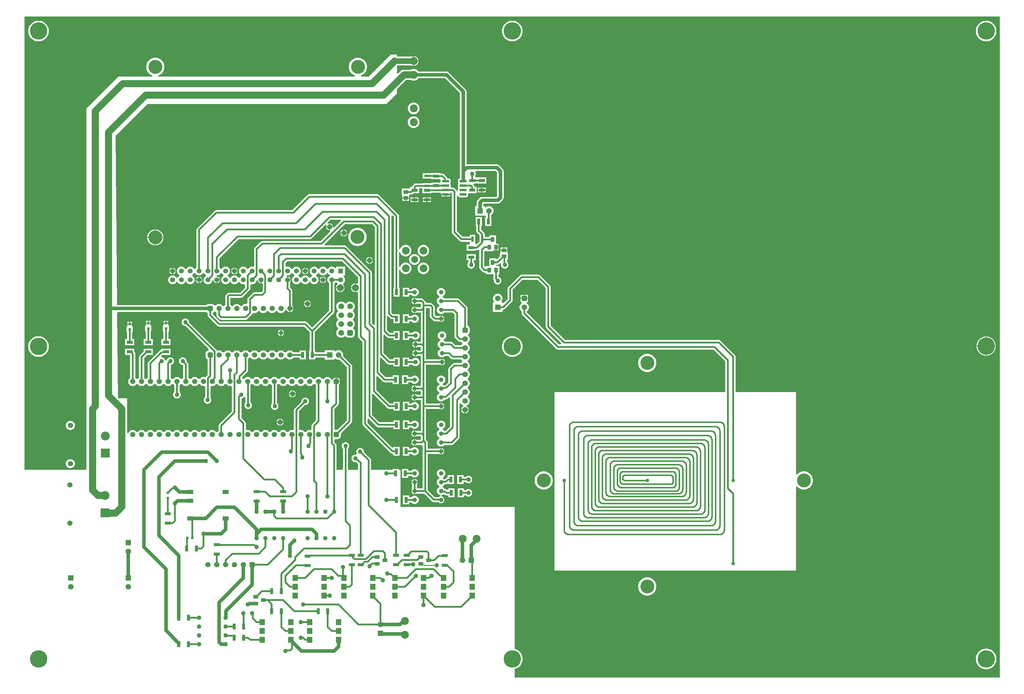
<source format=gtl>
%FSTAX23Y23*%
%MOIN*%
%SFA1B1*%

%IPPOS*%
%AMD25*
4,1,8,0.035800,0.011800,-0.035800,0.011800,-0.038800,0.008900,-0.038800,-0.008900,-0.035800,-0.011800,0.035800,-0.011800,0.038800,-0.008900,0.038800,0.008900,0.035800,0.011800,0.0*
1,1,0.005906,0.035800,0.008900*
1,1,0.005906,-0.035800,0.008900*
1,1,0.005906,-0.035800,-0.008900*
1,1,0.005906,0.035800,-0.008900*
%
%AMD78*
4,1,8,-0.032500,0.016200,-0.032500,-0.016200,-0.016200,-0.032500,0.016200,-0.032500,0.032500,-0.016200,0.032500,0.016200,0.016200,0.032500,-0.016200,0.032500,-0.032500,0.016200,0.0*
1,1,0.032480,-0.016200,0.016200*
1,1,0.032480,-0.016200,-0.016200*
1,1,0.032480,0.016200,-0.016200*
1,1,0.032480,0.016200,0.016200*
%
%AMD80*
4,1,8,0.031500,-0.015700,0.031500,0.015700,0.015700,0.031500,-0.015700,0.031500,-0.031500,0.015700,-0.031500,-0.015700,-0.015700,-0.031500,0.015700,-0.031500,0.031500,-0.015700,0.0*
1,1,0.031496,0.015700,-0.015700*
1,1,0.031496,0.015700,0.015700*
1,1,0.031496,-0.015700,0.015700*
1,1,0.031496,-0.015700,-0.015700*
%
%AMD82*
4,1,8,-0.015000,-0.029900,0.015000,-0.029900,0.029900,-0.015000,0.029900,0.015000,0.015000,0.029900,-0.015000,0.029900,-0.029900,0.015000,-0.029900,-0.015000,-0.015000,-0.029900,0.0*
1,1,0.029921,-0.015000,-0.015000*
1,1,0.029921,0.015000,-0.015000*
1,1,0.029921,0.015000,0.015000*
1,1,0.029921,-0.015000,0.015000*
%
%ADD13C,0.020000*%
%ADD16C,0.015748*%
%ADD17C,0.010000*%
%ADD21R,0.067000X0.036000*%
%ADD22R,0.031496X0.031496*%
%ADD23R,0.060992X0.025685*%
%ADD24R,0.025685X0.060992*%
G04~CAMADD=25~8~0.0~0.0~775.6~236.2~29.5~0.0~15~0.0~0.0~0.0~0.0~0~0.0~0.0~0.0~0.0~0~0.0~0.0~0.0~0.0~775.6~236.2*
%ADD25D25*%
%ADD26R,0.036000X0.067000*%
%ADD27R,0.039370X0.055118*%
%ADD28R,0.056299X0.043307*%
%ADD29R,0.031496X0.031496*%
%ADD30R,0.059842X0.070079*%
%ADD31R,0.055118X0.039370*%
%ADD32R,0.070866X0.047244*%
%ADD49C,0.089000*%
%ADD53C,0.079000*%
%ADD54C,0.087000*%
%ADD65C,0.078740*%
%ADD66C,0.039370*%
%ADD67C,0.062992*%
%ADD68R,0.100393X0.100393*%
%ADD69C,0.100393*%
%ADD70C,0.059370*%
%ADD71C,0.040000*%
%ADD72C,0.063189*%
%ADD73R,0.063189X0.063189*%
%ADD74R,0.063189X0.063189*%
%ADD75C,0.157480*%
%ADD76C,0.051181*%
%ADD77C,0.064960*%
G04~CAMADD=78~8~0.0~0.0~649.6~649.6~162.4~0.0~15~0.0~0.0~0.0~0.0~0~0.0~0.0~0.0~0.0~0~0.0~0.0~0.0~90.0~650.0~650.0*
%ADD78D78*%
%ADD79C,0.062992*%
G04~CAMADD=80~8~0.0~0.0~629.9~629.9~157.5~0.0~15~0.0~0.0~0.0~0.0~0~0.0~0.0~0.0~0.0~0~0.0~0.0~0.0~270.0~630.0~630.0*
%ADD80D80*%
%ADD81C,0.059842*%
G04~CAMADD=82~8~0.0~0.0~598.4~598.4~149.6~0.0~15~0.0~0.0~0.0~0.0~0~0.0~0.0~0.0~0.0~0~0.0~0.0~0.0~180.0~598.0~598.0*
%ADD82D82*%
%ADD83C,0.054724*%
%ADD84R,0.054724X0.054724*%
%ADD85C,0.050000*%
%ADD86C,0.059055*%
%ADD87C,0.078740*%
%ADD88C,0.196850*%
%LNmain-1*%
%LPD*%
G36*
X11023Y00003D02*
X1102Y0D01*
X0554*
Y00096*
X05542Y00096*
X05559Y00102*
X05575Y0011*
X0559Y00121*
X05603Y00134*
X05614Y00149*
X05622Y00165*
X05628Y00182*
X05631Y002*
Y00219*
X05628Y00237*
X05622Y00254*
X05614Y0027*
X05603Y00285*
X0559Y00298*
X05575Y00309*
X05559Y00317*
X05542Y00323*
X0554Y00323*
Y0193*
X0425*
Y0235*
X04231*
Y02361*
X0416*
Y0235*
X04106*
X04095Y02352*
X04084*
X04073Y0235*
X03918*
Y0246*
X03917Y02467*
X03914Y02474*
X03909Y02479*
X03909Y02479*
X03837Y02551*
Y0256*
X03834Y02571*
X03829Y02581*
X03821Y02589*
X03811Y02594*
X038Y02597*
X03789*
X03778Y02594*
X03768Y02589*
X0376Y02581*
X03755Y02571*
X03752Y0256*
Y02549*
X03755Y02538*
X03758Y02532*
X0375Y02521*
X03745Y02522*
X03734*
X03723Y02519*
X03713Y02514*
X03705Y02506*
X037Y02496*
X03697Y02485*
Y02474*
X037Y02463*
X03705Y02453*
X03713Y02445*
X03723Y0244*
X03734Y02437*
X03745*
X0375Y02438*
X03762Y02426*
X03768Y02421*
X03768Y02421*
X03771Y02418*
Y0235*
X03658*
Y02587*
X03664Y02593*
X03669Y02603*
X03672Y02614*
Y02625*
X03669Y02636*
X03664Y02646*
X03656Y02654*
X03646Y02659*
X03635Y02662*
X03624*
X03613Y02659*
X03603Y02654*
X03595Y02646*
X0359Y02636*
X03587Y02625*
Y02614*
X0359Y02603*
X03595Y02593*
X03601Y02587*
Y0235*
X03528*
Y02625*
X03527Y02632*
X03524Y02639*
X03519Y02644*
X03519Y02644*
X03503Y02661*
Y02691*
X0351Y02697*
X03539*
X03549Y02699*
X03558Y02702*
X03566Y02708*
X03572Y02716*
X03575Y02725*
X03577Y02735*
Y02762*
X03694Y0288*
X03694Y0288*
X03699Y02885*
X03702Y02892*
X03703Y029*
Y03525*
X03702Y03532*
X03699Y03539*
X03694Y03544*
X03602Y03637*
X03603Y03642*
Y03657*
X03599Y0367*
X03592Y03682*
X03582Y03692*
X0357Y03699*
X03557Y03703*
X03542*
X03529Y03699*
X03517Y03692*
X03516Y03691*
X03503Y03697*
Y03703*
X03396*
Y03678*
X03289*
Y03701*
X03282*
Y03909*
X03494Y04122*
X03499Y04127*
X03502Y04134*
X03503Y04142*
Y04459*
X03505Y0446*
X03514Y04469*
X03515Y04471*
X0353*
X0354Y04461*
X0354Y0445*
X03539Y04449*
X03539Y04449*
X0353Y0444*
X03523Y04429*
X0352Y04416*
Y04415*
X03619*
Y04416*
X03616Y04429*
X03609Y0444*
X03604Y04445*
X03604Y04459*
X03605Y04461*
X03614Y04469*
X0362Y04481*
X03624Y04493*
Y04506*
X0362Y04518*
X03614Y0453*
X03606Y04537*
X03607Y04543*
X03611Y0455*
X03624*
Y04649*
X03525*
Y04636*
X03518Y04632*
X03512Y04631*
X03505Y04639*
X03493Y04645*
X03481Y04649*
X03468*
X03456Y04645*
X03444Y04639*
X03435Y0463*
X03432Y04624*
X03417*
X03414Y0463*
X03405Y04639*
X03393Y04645*
X03381Y04649*
X03368*
X03356Y04645*
X03344Y04639*
X03335Y0463*
X03332Y04624*
X03317*
X03314Y0463*
X03305Y04639*
X03293Y04645*
X03281Y04649*
X03268*
X03256Y04645*
X03244Y04639*
X03235Y0463*
X03229Y04618*
X03225Y04606*
Y04593*
X03229Y04581*
X03235Y04569*
X03244Y0456*
X0325Y04557*
Y04542*
X03244Y04539*
X03235Y0453*
X03232Y04524*
X03217*
X03214Y0453*
X03205Y04539*
X03193Y04545*
X03181Y04549*
X03168*
X03156Y04545*
X03144Y04539*
X03135Y0453*
X03132Y04524*
X03117*
X03114Y0453*
X03105Y04539*
X03099Y04542*
Y04557*
X03105Y0456*
X03114Y04569*
X0312Y04581*
X03124Y04593*
Y04606*
X0312Y04618*
X03114Y0463*
X03105Y04639*
X03093Y04645*
X03081Y04649*
X03068*
X03056Y04645*
X03044Y04639*
X03035Y0463*
X03032Y04624*
X03017*
X03014Y0463*
X03005Y04639*
X02993Y04645*
X02981Y04649*
X02968*
X02963Y04647*
X0295Y04656*
Y0469*
X02971Y04711*
X03588*
X03771Y04528*
Y04463*
X03759Y04456*
X03746Y04459*
X03745*
Y0441*
Y0436*
X03746*
X03759Y04363*
X03771Y04356*
Y0386*
X03772Y03852*
X03775Y03845*
X0378Y0384*
X03821Y03798*
Y0287*
X03822Y02862*
X03825Y02855*
X0383Y0285*
X0414Y0254*
X04145Y02535*
X04152Y02532*
X0416Y02531*
X0417Y02523*
Y02508*
X04241*
Y02611*
X0417*
Y02606*
X04158Y02601*
X03878Y02881*
Y02923*
X0389Y02929*
X0398Y0284*
X03985Y02835*
X03992Y02832*
X04Y02831*
X0417*
Y02808*
X04241*
Y02911*
X0417*
Y02888*
X04011*
X03928Y02971*
Y03203*
X0394Y03209*
X041Y0305*
X041*
X04105Y03045*
X04112Y03042*
X0412Y03041*
X0417*
Y03018*
X04241*
Y03121*
X0417*
Y03098*
X04131*
X03978Y03251*
Y03405*
X0399Y0341*
X0405Y0335*
Y0335*
X04055Y03345*
X04062Y03342*
X0407Y03341*
X0416*
Y03318*
X04231*
Y03421*
X0416*
Y03398*
X04081*
X04018Y03461*
Y03615*
X0403Y0362*
X041Y0355*
X041Y0355*
X04105Y03545*
X04112Y03542*
X0412Y03541*
X0417*
Y03518*
X04241*
Y03621*
X0417*
Y03598*
X04131*
X04058Y03671*
Y03875*
X0407Y0388*
X041Y0385*
X041*
X04105Y03845*
X04112Y03842*
X0412Y03841*
X0417*
Y03818*
X04241*
Y03921*
X0417*
Y03898*
X04131*
X04098Y03931*
Y04083*
X0411Y04089*
X04136Y04063*
X04142Y04059*
X04149Y04056*
X04156Y04055*
X0417*
Y04008*
X04241*
Y04111*
X04199*
X04198Y04111*
X04168*
X04148Y04131*
Y0522*
X04147Y05224*
X04154Y05229*
X04159Y05231*
X04177Y05212*
Y04411*
X0417*
Y04308*
X04241*
Y04411*
X04234*
Y0461*
X04246Y04612*
X04247Y0461*
X04252Y04599*
X04259Y04588*
X04268Y04579*
X04279Y04572*
X0429Y04567*
X04303Y04564*
X04316*
X04329Y04567*
X0434Y04572*
X04351Y04579*
X0436Y04588*
X04367Y04599*
X04372Y0461*
X04375Y04623*
Y04636*
X04372Y04649*
X04367Y0466*
X0436Y04671*
X04351Y0468*
X0434Y04687*
X04329Y04692*
X04316Y04695*
X04303*
X0429Y04692*
X04279Y04687*
X04268Y0468*
X04259Y04671*
X04252Y0466*
X04247Y04649*
X04246Y04647*
X04234Y04649*
Y0481*
X04246Y04812*
X04247Y0481*
X04252Y04799*
X04259Y04788*
X04268Y04779*
X04279Y04772*
X0429Y04767*
X04303Y04764*
X04316*
X04329Y04767*
X0434Y04772*
X04351Y04779*
X0436Y04788*
X04367Y04799*
X04372Y0481*
X04375Y04823*
Y04836*
X04372Y04849*
X04367Y0486*
X0436Y04871*
X04351Y0488*
X0434Y04887*
X04329Y04892*
X04316Y04895*
X04303*
X0429Y04892*
X04279Y04887*
X04268Y0488*
X04259Y04871*
X04252Y0486*
X04247Y04849*
X04246Y04847*
X04234Y04849*
Y05224*
X04233Y05231*
X0423Y05238*
X04225Y05243*
Y05243*
X04009Y05459*
X04004Y05464*
X03997Y05467*
X0399Y05468*
X0322*
X03212Y05467*
X03205Y05464*
X032Y05459*
X032Y05459*
X03028Y05288*
X0217*
X02162Y05287*
X02155Y05284*
X0215Y05279*
X01955Y05084*
X0195Y05079*
X01947Y05072*
X01946Y05065*
Y0464*
X01944Y04639*
X01935Y0463*
X01932Y04624*
X01917*
X01914Y0463*
X01905Y04639*
X01893Y04645*
X01881Y04649*
X01868*
X01856Y04645*
X01844Y04639*
X01835Y0463*
X01832Y04624*
X01817*
X01814Y0463*
X01805Y04639*
X01793Y04645*
X01781Y04649*
X01768*
X01756Y04645*
X01744Y04639*
X01735Y0463*
X01729Y04618*
X01725Y04606*
Y04593*
X01729Y04581*
X01735Y04569*
X01744Y0456*
X0175Y04557*
Y04542*
X01744Y04539*
X01735Y0453*
X01732Y04524*
X01717*
X01714Y0453*
X01705Y04539*
X01693Y04545*
X01681Y04549*
X01668*
X01656Y04545*
X01644Y04539*
X01635Y0453*
X01629Y04518*
X01625Y04506*
Y04493*
X01629Y04481*
X01635Y04469*
X01644Y0446*
X01656Y04454*
X01668Y0445*
X01681*
X01693Y04454*
X01705Y0446*
X01714Y04469*
X01717Y04475*
X01732*
X01735Y04469*
X01744Y0446*
X01756Y04454*
X01768Y0445*
X01781*
X01793Y04454*
X01805Y0446*
X01814Y04469*
X01817Y04475*
X01832*
X01835Y04469*
X01844Y0446*
X01856Y04454*
X01868Y0445*
X01881*
X01893Y04454*
X01905Y0446*
X01914Y04469*
X0192Y04481*
X01924Y04493*
Y04506*
X0192Y04518*
X01914Y0453*
X01905Y04539*
X01899Y04542*
Y04557*
X01905Y0456*
X01914Y04569*
X01917Y04575*
X01932*
X01935Y04569*
X01944Y0456*
X01956Y04554*
X01968Y0455*
X01981*
X01993Y04554*
X02005Y0456*
X02014Y04569*
X02017Y04575*
X02032*
X02035Y04569*
X02044Y0456*
X0205Y04557*
Y04542*
X02044Y04539*
X02035Y0453*
X02029Y04518*
X02025Y04506*
Y04493*
X02029Y04481*
X02035Y04469*
X02044Y0446*
X02056Y04454*
X02068Y0445*
X02081*
X02093Y04454*
X02105Y0446*
X02114Y04469*
X0212Y04481*
X02124Y04493*
Y04497*
X02124Y04497*
X02129Y04496*
X02138Y04491*
X0214Y04485*
X02145Y04477*
X02152Y0447*
X0216Y04465*
X0217Y04462*
Y045*
X02175*
Y04505*
X02212*
X02209Y04514*
X02204Y04522*
X02197Y04529*
X02189Y04534*
X02179Y04537*
X02175*
X02167Y04545*
X0217Y0455*
X02181*
X02193Y04554*
X02205Y0456*
X02214Y04569*
X02217Y04575*
X02232*
X02235Y04569*
X02244Y0456*
X0225Y04557*
Y04542*
X02244Y04539*
X02235Y0453*
X02229Y04518*
X02225Y04506*
Y04493*
X02229Y04481*
X02235Y04469*
X02244Y0446*
X02256Y04454*
X02268Y0445*
X02281*
X02293Y04454*
X02305Y0446*
X02314Y04469*
X02317Y04475*
X02332*
X02335Y04469*
X02344Y0446*
X02356Y04454*
X02368Y0445*
X02381*
X02393Y04454*
X02405Y0446*
X02414Y04469*
X02417Y04475*
X02432*
X02435Y04469*
X02444Y0446*
X02456Y04454*
X02468Y0445*
X02481*
X02484Y04451*
X02496Y04441*
Y04411*
X02438Y04353*
X02311*
X02304Y04352*
X02297Y04349*
X02291Y04344*
X0228Y04333*
X02275Y04327*
X02272Y0432*
X02271Y04313*
Y04218*
X02268Y04216*
X02258Y04206*
X02257Y04204*
X02242*
X02241Y04206*
X02231Y04216*
X02219Y04223*
X02206Y04226*
X02193*
X0218Y04223*
X02168Y04216*
X0216Y04208*
X02151Y04208*
X02145Y0421*
X02141Y04216*
X02133Y04222*
X02124Y04225*
X02114Y04227*
X02085*
X02075Y04225*
X02066Y04222*
X02058Y04216*
X02056Y04212*
X01048*
X0103Y0613*
X0139Y0649*
X0409*
X0421Y0661*
Y06658*
X04313Y06762*
X04367*
X04368Y06761*
X0438Y06756*
X04393Y06753*
X04406*
X04419Y06756*
X04431Y06761*
X04442Y06768*
X04451Y06777*
X04454Y06782*
X04754*
X04922Y06614*
Y0573*
Y05645*
X04921*
X04913Y05643*
X04906Y05638*
X04901Y05631*
X049Y05623*
Y05606*
X04901Y05598*
X04906Y05591*
Y05588*
X04901Y05581*
X049Y05573*
Y05556*
X04901Y05548*
X04906Y05541*
Y05538*
X04901Y05531*
X049Y05523*
Y05512*
X04887Y05507*
X04887Y05507*
X04884Y05514*
X04879Y05519*
X04864Y05534*
X04859Y05539*
X04852Y05542*
X04845Y05543*
X04829*
X04819Y05555*
X04819Y05556*
Y05573*
X04818Y05581*
X04813Y05588*
Y05591*
X04818Y05598*
X04819Y05606*
Y05623*
X04818Y05631*
X04813Y05638*
X04806Y05643*
X04798Y05645*
X04778*
Y0565*
X04777Y05657*
X04774Y05664*
X04769Y05669*
X04769*
X04745Y05693*
X0474Y05698*
X04733Y05701*
X04726Y05702*
X04701*
Y05709*
X04598*
X04598Y05706*
X04501*
Y05645*
X04598*
X04598Y05638*
X04696*
X04697Y05637*
X04706Y05627*
X04705Y05623*
Y05612*
X04702Y05605*
X04693Y05601*
X04598*
X04598Y05594*
X04501*
Y05591*
X04423*
X04416Y05591*
X04409Y05588*
X04403Y05583*
Y05583*
X0439Y05569*
X04385Y05564*
X04382Y05557*
X04381Y0555*
X04369Y05549*
X04358*
Y05546*
X04356Y05534*
X04263*
Y05455*
X04271*
Y0543*
X0431*
X04348*
Y05455*
X04356*
Y05466*
X04375*
X04382Y05467*
X04389Y0547*
X04395Y05475*
X04398Y05478*
X04461*
Y05535*
X04498*
Y05478*
X04601*
Y05486*
X04704*
X04706Y05484*
X04713Y05473*
Y0547*
X04811*
Y05473*
X04811Y05474*
X04818Y05485*
X04819Y05485*
X04831Y05482*
Y0504*
X04832Y05032*
X04835Y05025*
X0484Y0502*
X0492Y0494*
Y0494*
X04925Y04935*
X04932Y04932*
X0494Y04931*
X05033*
Y04912*
Y04911*
X0503Y04899*
X04998*
Y04828*
X05101*
Y04835*
X05113Y04835*
X0512Y04836*
X05127Y04839*
X05129Y0484*
X05129Y0484*
X05141Y04835*
X05141Y04834*
Y0464*
X05142Y04632*
X05145Y04625*
X0515Y0462*
X0518Y0459*
X05185Y04585*
X05192Y04582*
X052Y04581*
X05217*
Y04564*
X05301*
Y0451*
X05302Y04502*
X05305Y04495*
X05307Y04494*
Y04484*
X0531Y04473*
X05315Y04463*
X05323Y04455*
X05333Y0445*
X05344Y04447*
X05355*
X05366Y0445*
X05376Y04455*
X05384Y04463*
X05389Y04473*
X05392Y04484*
Y04495*
X05389Y04506*
X05384Y04516*
X05376Y04524*
X05366Y04529*
X05358Y04532*
Y04564*
X05367*
Y04655*
X0533*
Y04668*
X05345*
X05352Y04669*
X05359Y04672*
X05364Y04676*
X05377Y04689*
X05388Y04682*
X05387Y04675*
Y04664*
X0539Y04653*
X05395Y04643*
X05403Y04635*
X05413Y0463*
X05424Y04627*
X05435*
X05446Y0463*
X05456Y04635*
X05464Y04643*
X05469Y04653*
X05472Y04664*
Y04675*
X05469Y04686*
X05464Y04696*
X05456Y04704*
X05453Y04706*
Y04725*
X05466*
Y04804*
X05458*
Y04829*
X0542*
X05381*
Y04804*
X05373*
Y04765*
X05343Y04734*
X0533Y04739*
Y04742*
X05255*
Y04655*
X05217*
X05204Y04649*
X05198Y04655*
Y04824*
X05204Y0483*
X05217Y04824*
X05292*
X05302Y04832*
X05305*
X05325*
Y0487*
X0533*
Y04875*
X05359*
Y04907*
X05341*
X0533Y04911*
Y0492*
Y05002*
X05255*
Y04984*
X05206*
Y05008*
X05201Y05018*
X052Y05023*
X05197Y0503*
X05193Y05036*
X05193Y05036*
X05164Y05065*
Y05108*
X05171*
Y05211*
X051*
Y05108*
X05107*
Y05054*
X05108Y05046*
X05111Y05039*
X05116Y05034*
X05145Y05005*
Y04957*
Y04935*
X05112Y04903*
X05109Y04902*
X05095Y04909*
X05094Y0491*
X05094Y04911*
Y04912*
Y05008*
X05033*
Y04988*
X04951*
X04888Y05051*
Y0545*
X049Y05452*
X04901Y05448*
X04906Y05441*
X04913Y05436*
X04921Y05434*
X04993*
X05001Y05436*
X05008Y05441*
X05012Y05448*
X05014Y05456*
Y05473*
X05019Y0548*
X05111*
Y05551*
X05087*
X05087Y05557*
X05084Y05564*
X05079Y05569*
X05074Y05575*
X05079Y05588*
X05111*
X05118*
X05221*
Y05659*
X05118*
X05111*
X05098*
X05093Y05672*
X05094Y05673*
X05099Y05683*
X05102Y05694*
Y05705*
X05099Y05716*
X05098Y05719*
X05105Y05732*
X05324*
X05342Y05714*
Y05445*
X05334Y05437*
X05173*
X05163Y05436*
X05159Y05435*
X05154Y05432*
X05146Y05426*
X05123Y05403*
X05117Y05395*
X05113Y05386*
X05112Y05376*
Y05333*
X05096*
Y05226*
X05203*
X05216Y05227*
X05218Y05225*
Y05211*
X05208*
Y05108*
X05279*
Y05211*
X05275*
Y05232*
X05282Y05237*
X05292Y05247*
X05299Y05259*
X05303Y05272*
Y05287*
X05299Y053*
X05292Y05312*
X05282Y05322*
X0527Y05329*
X05257Y05333*
X05242*
X05229Y05329*
X05217Y05322*
X05216Y05321*
X05203Y05327*
Y05333*
X05187*
Y05361*
X05188Y05362*
X0535*
X05359Y05363*
X05368Y05367*
X05376Y05373*
X05406Y05403*
X05412Y05411*
X05416Y0542*
X05417Y0543*
Y0573*
X05416Y05739*
X05412Y05748*
X05406Y05756*
X05366Y05796*
X05358Y05802*
X05349Y05806*
X0534Y05807*
X05*
X04997Y05809*
Y0663*
X04996Y06639*
X04992Y06648*
X04986Y06656*
X04796Y06846*
X04788Y06852*
X04779Y06856*
X0477Y06857*
X04454*
X04451Y06862*
X04442Y06871*
X04431Y06878*
X04419Y06883*
X04406Y06886*
X04393*
X0438Y06883*
X04368Y06878*
X04367Y06877*
X0429*
X04275Y06875*
X04261Y0687*
X04249Y0686*
X04221Y06833*
X0421Y06838*
Y06918*
X04217Y06926*
X04377*
X04378Y06925*
X04392Y06921*
X04395*
Y06975*
Y0703*
X04392*
X04378Y07026*
X04377Y07025*
X04215*
X04214Y07025*
X0421Y07027*
Y0705*
X0414*
X0389Y068*
X03805*
X03803Y06812*
X03818Y06819*
X03835Y0683*
X03849Y06844*
X0386Y06861*
X03868Y0688*
X03872Y06899*
Y0692*
X03868Y06939*
X0386Y06958*
X03849Y06975*
X03835Y06989*
X03818Y07*
X03799Y07008*
X0378Y07012*
X03759*
X0374Y07008*
X03721Y07*
X03704Y06989*
X0369Y06975*
X03679Y06958*
X03671Y06939*
X03667Y0692*
Y06899*
X03671Y0688*
X03679Y06861*
X0369Y06844*
X03704Y0683*
X03721Y06819*
X03736Y06812*
X03734Y068*
X01515*
X01513Y06812*
X01528Y06819*
X01545Y0683*
X01559Y06844*
X0157Y06861*
X01578Y0688*
X01582Y06899*
Y0692*
X01578Y06939*
X0157Y06958*
X01559Y06975*
X01545Y06989*
X01528Y07*
X01509Y07008*
X0149Y07012*
X01469*
X0145Y07008*
X01431Y07*
X01414Y06989*
X014Y06975*
X01389Y06958*
X01381Y06939*
X01377Y0692*
Y06899*
X01381Y0688*
X01389Y06861*
X014Y06844*
X01414Y0683*
X01431Y06819*
X01446Y06812*
X01444Y068*
X0106*
X007Y0644*
Y0235*
X0*
Y0748*
X11023*
Y00003*
G37*
G36*
X03579Y05169D02*
X03501Y05091D01*
X03496Y05093*
X03493Y05095*
X03455*
Y05056*
X03456Y05053*
X03458Y05048*
X03348Y04938*
X0269*
X02682Y04937*
X02675Y04934*
X0267Y04929*
X0267*
X02605Y04865*
X02601Y04859*
X02598Y04853*
X02597Y04845*
Y04657*
X02584Y04648*
X02581Y04649*
X02568*
X02556Y04645*
X02544Y04639*
X02535Y0463*
X02532Y04624*
X02517*
X02514Y0463*
X02505Y04639*
X02493Y04645*
X02481Y04649*
X02468*
X02456Y04645*
X02444Y04639*
X02435Y0463*
X02429Y04618*
X02425Y04606*
Y04593*
X02429Y04581*
X02435Y04569*
X02444Y0456*
X0245Y04557*
Y04542*
X02444Y04539*
X02435Y0453*
X02432Y04524*
X02417*
X02414Y0453*
X02405Y04539*
X02393Y04545*
X02381Y04549*
X02368*
X02356Y04545*
X02344Y04539*
X02335Y0453*
X02332Y04524*
X02317*
X02314Y0453*
X02305Y04539*
X02299Y04542*
Y04557*
X02305Y0456*
X02314Y04569*
X0232Y04581*
X02324Y04593*
Y04606*
X0232Y04618*
X02314Y0463*
X02305Y04639*
X02293Y04645*
X02281Y04649*
X02268*
X02256Y04645*
X02244Y04639*
X02235Y0463*
X02232Y04624*
X02217*
X02214Y0463*
X02205Y04639*
X02203Y0464*
Y04743*
X02421Y04961*
X0323*
X03237Y04962*
X03244Y04965*
X03249Y0497*
X03402Y05123*
X03413Y05115*
X0341Y05105*
Y05105*
X03445*
Y05139*
X03444*
X03434Y05136*
X03426Y05147*
X03461Y05181*
X03573*
X03579Y05169*
G37*
G36*
X03035Y04569D02*
X03044Y0456D01*
X0305Y04557*
Y04542*
X03044Y04539*
X03035Y0453*
X03029Y04518*
X03025Y04506*
Y04493*
X03029Y04481*
X03035Y04469*
X03044Y0446*
X03056Y04454*
X03068Y0445*
X03081*
X03093Y04454*
X03105Y0446*
X03114Y04469*
X03117Y04475*
X03132*
X03135Y04469*
X03144Y0446*
X03156Y04454*
X03168Y0445*
X03181*
X03193Y04454*
X03205Y0446*
X03214Y04469*
X03217Y04475*
X03232*
X03235Y04469*
X03244Y0446*
X03256Y04454*
X03268Y0445*
X03281*
X03293Y04454*
X03305Y0446*
X03314Y04469*
X0332Y04481*
X03324Y04493*
Y04506*
X0332Y04518*
X03314Y0453*
X03305Y04539*
X03299Y04542*
Y04557*
X03305Y0456*
X03314Y04569*
X03317Y04575*
X03332*
X03335Y04569*
X03344Y0456*
X03356Y04554*
X03368Y0455*
X03381*
X03393Y04554*
X03405Y0456*
X03414Y04569*
X03417Y04575*
X03432*
X03435Y04569*
X03444Y0456*
X0345Y04557*
Y04542*
X03444Y04539*
X03435Y0453*
X03429Y04518*
X03425Y04506*
Y04493*
X03429Y04481*
X03435Y04469*
X03444Y0446*
X03446Y04459*
Y04153*
X03254Y0396*
X03194Y04019*
X03189Y04024*
X03182Y04027*
X03175Y04028*
X02211*
X02128Y04111*
Y04125*
X02133Y04127*
X02141Y04133*
X02145Y04139*
X02151Y04141*
X0216Y04141*
X02168Y04133*
X02171Y04131*
Y041*
X02172Y04092*
X02175Y04085*
X0218Y0408*
X02205Y04055*
X02205*
X0221Y0405*
X02217Y04047*
X02225Y04046*
X025*
X02507Y04047*
X02514Y0405*
X02519Y04055*
X02569Y04105*
Y04105*
X02574Y0411*
X02577Y04117*
X0259Y04123*
X02593Y04123*
X02606*
X02619Y04126*
X02631Y04133*
X02641Y04143*
X02642Y04145*
X02657*
X02658Y04143*
X02668Y04133*
X0268Y04126*
X02693Y04123*
X02706*
X02719Y04126*
X02731Y04133*
X02741Y04143*
X02742Y04145*
X02757*
X02758Y04143*
X02768Y04133*
X0278Y04126*
X02793Y04123*
X02806*
X02819Y04126*
X02831Y04133*
X02841Y04143*
X02842Y04145*
X02857*
X02858Y04143*
X02868Y04133*
X0288Y04126*
X02893Y04123*
X02906*
X02919Y04126*
X02931Y04133*
X02941Y04143*
X02948Y04155*
X02949Y04159*
X02962*
X02962Y04159*
X02968Y0415*
X02975Y04143*
X02984Y04137*
X02994Y04135*
X02995*
Y04175*
X03*
Y0418*
X03039*
Y0418*
X03037Y0419*
X03031Y04199*
X03028Y04203*
Y04375*
X03027Y04382*
X03024Y04389*
X03019Y04394*
X03003Y04411*
Y04475*
X03004Y04477*
X03009Y04485*
X03012Y04495*
X02975*
Y045*
X0297*
Y04537*
X02968Y04536*
X02964Y04539*
X02961Y04544*
X02961Y04545*
X02968Y0455*
X02968Y0455*
X02981*
X02993Y04554*
X03005Y0456*
X03014Y04569*
X03017Y04575*
X03032*
X03035Y04569*
G37*
G36*
X0268Y04462D02*
X02681Y04463D01*
X02694Y04453*
Y04374*
X02678Y04358*
X026*
X02592Y04357*
X02585Y04354*
X0258Y04349*
Y04349*
X0253Y04299*
X02525Y04294*
X02522Y04287*
X02521Y0428*
Y04236*
X02509Y04226*
X02506Y04226*
X02493*
X0248Y04223*
X02468Y04216*
X02458Y04206*
X02457Y04204*
X02442*
X02441Y04206*
X02431Y04216*
X02419Y04223*
X02406Y04226*
X02393*
X0238Y04223*
X02368Y04216*
X02358Y04206*
X02357Y04204*
X02342*
X02341Y04206*
X02331Y04216*
X02328Y04218*
Y04296*
X0245*
X02457Y04297*
X02464Y043*
X02469Y04305*
X02544Y0438*
X02544Y0438*
X02549Y04385*
X02552Y04392*
X02553Y044*
Y04441*
X02565Y04451*
X02568Y0445*
X02581*
X02593Y04454*
X02605Y0446*
X02614Y04469*
X0262Y04481*
X02624Y04493*
Y04497*
X02624Y04497*
X02629Y04496*
X02638Y04491*
X0264Y04485*
X02645Y04477*
X02652Y0447*
X0266Y04465*
X0267Y04462*
Y045*
X0268*
Y04462*
G37*
G36*
X03961Y05098D02*
Y03994D01*
X03949Y03989*
X03928Y04011*
Y0458*
X03927Y04587*
X03924Y04594*
X03919Y04599*
X03639Y04879*
X03634Y04884*
X03627Y04887*
X0362Y04888*
X03396*
X0339Y049*
X03621Y05131*
X03928*
X03961Y05098*
G37*
G36*
X02058Y04133D02*
X02066Y04127D01*
X02071Y04125*
Y041*
X02072Y04092*
X02075Y04085*
X0208Y0408*
X0218Y0398*
Y0398*
X02185Y03975*
X02192Y03972*
X022Y03971*
X03163*
X03225Y03909*
Y03701*
X03218*
Y03598*
X03289*
Y03621*
X03396*
Y03596*
X03503*
Y03602*
X03516Y03608*
X03517Y03607*
X03529Y036*
X03542Y03596*
X03557*
X03562Y03597*
X03646Y03513*
Y02911*
X03537Y02802*
X0351*
X03503Y02808*
Y03038*
X03544Y0308*
X03549Y03085*
X03552Y03092*
X03553Y031*
Y03313*
X03557Y03317*
X03563Y03325*
X03565Y03335*
Y03345*
X03525*
Y0335*
X0352*
Y0339*
X0351*
X035Y03388*
X03492Y03382*
X03486Y03374*
X03485Y03372*
X03475Y0337*
X03472Y0337*
X03466Y03381*
X03456Y03391*
X03444Y03398*
X03431Y03401*
X03418*
X03405Y03398*
X03393Y03391*
X03383Y03381*
X03382Y03379*
X03367*
X03366Y03381*
X03356Y03391*
X03344Y03398*
X03331Y03401*
X03318*
X03305Y03398*
X03293Y03391*
X03283Y03381*
X03282Y03379*
X03267*
X03266Y03381*
X03256Y03391*
X03244Y03398*
X03231Y03401*
X03218*
X03205Y03398*
X03193Y03391*
X03183Y03381*
X03182Y03379*
X03167*
X03166Y03381*
X03156Y03391*
X03144Y03398*
X03131Y03401*
X03118*
X03105Y03398*
X03093Y03391*
X03083Y03381*
X03082Y03379*
X03067*
X03066Y03381*
X03056Y03391*
X03044Y03398*
X03031Y03401*
X03018*
X03005Y03398*
X02993Y03391*
X02983Y03381*
X02982Y03379*
X02967*
X02966Y03381*
X02956Y03391*
X02944Y03398*
X02931Y03401*
X02918*
X02905Y03398*
X02893Y03391*
X02883Y03381*
X02882Y03379*
X02867*
X02866Y03381*
X02856Y03391*
X02844Y03398*
X02831Y03401*
X02818*
X02805Y03398*
X02793Y03391*
X02783Y03381*
X02782Y03379*
X02767*
X02766Y03381*
X02756Y03391*
X02744Y03398*
X02731Y03401*
X02718*
X02705Y03398*
X02693Y03391*
X02683Y03381*
X02682Y03379*
X02667*
X02666Y03381*
X02656Y03391*
X02644Y03398*
X02631Y03401*
X02618*
X02605Y03398*
X02593Y03391*
X02583Y03381*
X02582Y03379*
X02567*
X02566Y03381*
X02556Y03391*
X02544Y03398*
X02531Y03401*
X02518*
X02505Y03398*
X02493Y03391*
X02483Y03381*
X02482Y03379*
X0247*
X0246Y03389*
Y03395*
X02519Y03455*
X02519*
X02524Y0346*
X02527Y03467*
X02528Y03475*
Y03606*
X02531Y03608*
X02541Y03618*
X02542Y0362*
X02557*
X02558Y03618*
X02568Y03608*
X0258Y03601*
X02593Y03598*
X02606*
X02619Y03601*
X02631Y03608*
X02641Y03618*
X02642Y0362*
X02657*
X02658Y03618*
X02668Y03608*
X0268Y03601*
X02693Y03598*
X02706*
X02719Y03601*
X02731Y03608*
X02741Y03618*
X02742Y0362*
X02757*
X02758Y03618*
X02768Y03608*
X0278Y03601*
X02793Y03598*
X02806*
X02819Y03601*
X02831Y03608*
X02841Y03618*
X02842Y0362*
X02857*
X02858Y03618*
X02868Y03608*
X0288Y03601*
X02893Y03598*
X02906*
X02919Y03601*
X02931Y03608*
X02941Y03618*
X02942Y0362*
X02957*
X02958Y03618*
X02968Y03608*
X0298Y03601*
X02993Y03598*
X03006*
X03019Y03601*
X03031Y03608*
X03041Y03618*
X03043Y03621*
X0311*
Y03598*
X03181*
Y03701*
X0311*
Y03678*
X03043*
X03041Y03681*
X03031Y03691*
X03019Y03698*
X03006Y03701*
X02993*
X0298Y03698*
X02968Y03691*
X02958Y03681*
X02957Y03679*
X02942*
X02941Y03681*
X02931Y03691*
X02919Y03698*
X02906Y03701*
X02893*
X0288Y03698*
X02868Y03691*
X02858Y03681*
X02857Y03679*
X02842*
X02841Y03681*
X02831Y03691*
X02819Y03698*
X02806Y03701*
X02793*
X0278Y03698*
X02768Y03691*
X02758Y03681*
X02757Y03679*
X02742*
X02741Y03681*
X02731Y03691*
X02719Y03698*
X02706Y03701*
X02693*
X0268Y03698*
X02668Y03691*
X02658Y03681*
X02657Y03679*
X02642*
X02641Y03681*
X02631Y03691*
X02619Y03698*
X02606Y03701*
X02593*
X0258Y03698*
X02568Y03691*
X02558Y03681*
X02557Y03679*
X02542*
X02541Y03681*
X02531Y03691*
X02519Y03698*
X02506Y03701*
X02493*
X0248Y03698*
X02468Y03691*
X02458Y03681*
X02457Y03679*
X02442*
X02441Y03681*
X02431Y03691*
X02419Y03698*
X02406Y03701*
X02393*
X0238Y03698*
X02368Y03691*
X02358Y03681*
X02357Y03679*
X02342*
X02341Y03681*
X02331Y03691*
X02319Y03698*
X02306Y03701*
X02293*
X0228Y03698*
X02268Y03691*
X02258Y03681*
X02257Y03679*
X02242*
X02241Y03681*
X02231Y03691*
X02219Y03698*
X02206Y03701*
X02193*
X0218Y03698*
X02174Y03704*
X02169Y03709*
Y03709*
X01862Y04016*
Y04025*
X01859Y04036*
X01854Y04046*
X01846Y04054*
X01836Y04059*
X01825Y04062*
X01814*
X01803Y04059*
X01793Y04054*
X01785Y04046*
X0178Y04036*
X01777Y04025*
Y04014*
X0178Y04003*
X01785Y03993*
X01793Y03985*
X01803Y0398*
X01814Y03977*
X01823*
X02086Y03714*
X0208Y03701*
X02075Y037*
X02066Y03697*
X02058Y03691*
X02052Y03683*
X02049Y03674*
X02047Y03664*
Y03635*
X02049Y03625*
X02052Y03616*
X02058Y03608*
X02066Y03602*
X02071Y036*
Y03424*
X02055Y03407*
X0205Y03402*
X02049Y03399*
X02044Y03398*
X02031Y03401*
X02018*
X02005Y03398*
X01993Y03391*
X01983Y03381*
X01982Y03379*
X01967*
X01966Y03381*
X01956Y03391*
X01944Y03398*
X01931Y03401*
X01918*
X01905Y03398*
X01893Y03391*
X01883Y03381*
X01882Y03379*
X01867*
X01866Y03381*
X01856Y03391*
X01853Y03393*
Y03545*
X01852Y03552*
X01849Y03559*
X01844Y03564*
X01844*
X01832Y03576*
Y03585*
X01829Y03596*
X01824Y03606*
X01816Y03614*
X01806Y03619*
X01795Y03622*
X01784*
X01773Y03619*
X01763Y03614*
X01755Y03606*
X0175Y03596*
X01747Y03585*
Y03574*
X0175Y03563*
X01755Y03553*
X01763Y03545*
X01773Y0354*
X01784Y03537*
X01793*
X01796Y03533*
Y03393*
X01793Y03391*
X01783Y03381*
X01782Y03379*
X01767*
X01766Y03381*
X01756Y03391*
X01744Y03398*
X01731Y03401*
X01718*
X01705Y03398*
X01693Y03391*
X01683Y03381*
X01682Y03379*
X01667*
X01666Y03381*
X01656Y03391*
X01653Y03393*
Y03537*
X01655*
X01666Y0354*
X01676Y03545*
X01684Y03553*
X01689Y03563*
X01692Y03574*
Y03585*
X01689Y03596*
X01684Y03606*
X01676Y03614*
X01666Y03619*
X01655Y03622*
X01644*
X01633Y03619*
X01623Y03614*
X01615Y03606*
X0161Y03596*
X01607Y03587*
X01605Y03585*
X01601Y03585*
X016Y03586*
X01591Y03592*
X01589Y03596*
X01584Y03606*
X01576Y03614*
X01566Y03619*
X01555Y03622*
X0155*
X01545Y03635*
X01559Y0365*
X01651*
Y03721*
X01548*
Y03707*
X01542Y03707*
X01535Y03704*
X0153Y03699*
X01405Y03574*
X014Y03569*
X01397Y03562*
X01396Y03555*
Y03393*
X01393Y03391*
X01383Y03381*
X01382Y03379*
X01367*
X01366Y03381*
X01356Y03391*
X01353Y03393*
Y03614*
X01388Y0365*
X01451*
Y03721*
X01348*
Y03689*
X01305Y03646*
X013Y0364*
X01297Y03633*
X01296Y03626*
Y03393*
X01293Y03391*
X01283Y03381*
X01282Y03379*
X01267*
X01266Y03381*
X01256Y03391*
X01253Y03393*
Y03666*
X01252Y03673*
X01249Y0368*
X01244Y03686*
Y03686*
X01241Y03689*
Y03721*
X01138*
Y0365*
X01196*
Y03393*
X01193Y03391*
X01183Y03381*
X01176Y03369*
X01173Y03356*
Y03343*
X01176Y0333*
X01183Y03318*
X01193Y03308*
X01205Y03301*
X01218Y03298*
X01231*
X01244Y03301*
X01256Y03308*
X01266Y03318*
X01267Y0332*
X01282*
X01283Y03318*
X01293Y03308*
X01305Y03301*
X01318Y03298*
X01331*
X01344Y03301*
X01356Y03308*
X01366Y03318*
X01367Y0332*
X01382*
X01383Y03318*
X01393Y03308*
X01405Y03301*
X01418Y03298*
X01431*
X01444Y03301*
X01456Y03308*
X01466Y03318*
X01467Y0332*
X01482*
X01483Y03318*
X01493Y03308*
X01505Y03301*
X01518Y03298*
X01531*
X01544Y03301*
X01556Y03308*
X01566Y03318*
X01567Y0332*
X01582*
X01583Y03318*
X01593Y03308*
X01605Y03301*
X01618Y03298*
X01631*
X01644Y03301*
X01656Y03308*
X01666Y03318*
X01667Y0332*
X01682*
X01683Y03318*
X01693Y03308*
X01696Y03306*
Y03232*
X0169Y03226*
X01685Y03216*
X01682Y03205*
Y03194*
X01685Y03183*
X0169Y03173*
X01698Y03165*
X01708Y0316*
X01719Y03157*
X0173*
X01741Y0316*
X01751Y03165*
X01759Y03173*
X01764Y03183*
X01767Y03194*
Y03205*
X01764Y03216*
X01759Y03226*
X01753Y03232*
Y03306*
X01756Y03308*
X01766Y03318*
X01767Y0332*
X01782*
X01783Y03318*
X01793Y03308*
X01805Y03301*
X01818Y03298*
X01831*
X01844Y03301*
X01856Y03308*
X01866Y03318*
X01867Y0332*
X01882*
X01883Y03318*
X01893Y03308*
X01905Y03301*
X01918Y03298*
X01931*
X01944Y03301*
X01956Y03308*
X01966Y03318*
X01967Y0332*
X01982*
X01983Y03318*
X01993Y03308*
X02005Y03301*
X02018Y03298*
X02031*
X02033Y03298*
X02046Y03288*
Y03176*
X02043Y03174*
X02035Y03166*
X0203Y03156*
X02027Y03145*
Y03134*
X0203Y03123*
X02035Y03113*
X02043Y03105*
X02053Y031*
X02064Y03097*
X02075*
X02086Y031*
X02096Y03105*
X02104Y03113*
X02109Y03123*
X02112Y03134*
Y03145*
X02109Y03156*
X02104Y03166*
X02103Y03167*
Y03289*
X02115Y03298*
X02118Y03298*
X02131*
X02144Y03301*
X02156Y03308*
X02166Y03318*
X02167Y0332*
X02182*
X02183Y03318*
X02193Y03308*
X02205Y03301*
X02218Y03298*
X02231*
X02244Y03301*
X02256Y03308*
X02266Y03318*
X02267Y0332*
X02282*
X02283Y03318*
X02293Y03308*
X02305Y03301*
X02318Y03298*
X02331*
X02334Y03298*
X02346Y03288*
Y03011*
X02205Y02869*
X022Y02864*
X02197Y02857*
X02196Y0285*
Y02793*
X02193Y02791*
X02183Y02781*
X02182Y02779*
X02167*
X02166Y02781*
X02156Y02791*
X02144Y02798*
X02131Y02801*
X02118*
X02105Y02798*
X02093Y02791*
X02083Y02781*
X02082Y02779*
X02067*
X02066Y02781*
X02056Y02791*
X02044Y02798*
X02031Y02801*
X02018*
X02005Y02798*
X01993Y02791*
X01983Y02781*
X01982Y02779*
X01967*
X01966Y02781*
X01956Y02791*
X01944Y02798*
X01931Y02801*
X01918*
X01905Y02798*
X01893Y02791*
X01883Y02781*
X01882Y02779*
X01867*
X01866Y02781*
X01856Y02791*
X01844Y02798*
X01831Y02801*
X01818*
X01805Y02798*
X01793Y02791*
X01783Y02781*
X01782Y02779*
X01767*
X01766Y02781*
X01756Y02791*
X01744Y02798*
X01731Y02801*
X01718*
X01705Y02798*
X01693Y02791*
X01683Y02781*
X01682Y02779*
X01667*
X01666Y02781*
X01656Y02791*
X01644Y02798*
X01631Y02801*
X01618*
X01605Y02798*
X01593Y02791*
X01583Y02781*
X01582Y02779*
X01567*
X01566Y02781*
X01556Y02791*
X01544Y02798*
X01531Y02801*
X01518*
X01505Y02798*
X01493Y02791*
X01483Y02781*
X01482Y02779*
X01467*
X01466Y02781*
X01456Y02791*
X01444Y02798*
X01431Y02801*
X01418*
X01405Y02798*
X01393Y02791*
X01383Y02781*
X01382Y02779*
X01367*
X01366Y02781*
X01356Y02791*
X01344Y02798*
X01331Y02801*
X01318*
X01305Y02798*
X01293Y02791*
X01283Y02781*
X01282Y02779*
X01267*
X01266Y02781*
X01256Y02791*
X01244Y02798*
X01231Y02801*
X01218*
X01205Y02798*
X01193Y02791*
X01183Y02781*
X01176Y02769*
X01175Y02764*
X01162Y02766*
Y0316*
X01061*
X01058Y03162*
X01049Y04127*
X01058Y04137*
X02056*
X02058Y04133*
G37*
G36*
X03183Y03318D02*
X03193Y03308D01*
X03205Y03301*
X03218Y03298*
X03231*
X03244Y03301*
X03256Y03308*
X03266Y03318*
X03267Y0332*
X03282*
X03283Y03318*
X03293Y03308*
X03296Y03306*
Y02911*
X03255Y02869*
X0325Y02864*
X03247Y02857*
X03246Y0285*
Y02811*
X03234Y02801*
X03231Y02801*
X03218*
X03205Y02798*
X03193Y02791*
X03183Y02781*
X03182Y02779*
X03167*
X03166Y02781*
X03156Y02791*
X03144Y02798*
X03131Y02801*
X03118*
X03115Y02801*
X03103Y02811*
Y03013*
X03171Y03082*
X0318*
X03191Y03085*
X03201Y0309*
X03209Y03098*
X03214Y03108*
X03217Y03119*
Y0313*
X03214Y03141*
X03209Y03151*
X03201Y03159*
X03191Y03164*
X0318Y03167*
X03169*
X03158Y03164*
X03148Y03159*
X0314Y03151*
X03135Y03141*
X03132Y0313*
Y03121*
X03055Y03044*
X0305Y03039*
X03047Y03032*
X03046Y03025*
Y02811*
X03034Y02801*
X03031Y02801*
X03018*
X03005Y02798*
X02993Y02791*
X02983Y02781*
X02982Y02779*
X02967*
X02966Y02781*
X02956Y02791*
X02944Y02798*
X02931Y02801*
X02918*
X02905Y02798*
X02893Y02791*
X02883Y02781*
X02882Y02779*
X02867*
X02866Y02781*
X02856Y02791*
X02844Y02798*
X02831Y02801*
X02818*
X02805Y02798*
X02793Y02791*
X02783Y02781*
X02782Y02779*
X02767*
X02766Y02781*
X02756Y02791*
X02744Y02798*
X02731Y02801*
X02718*
X02705Y02798*
X02693Y02791*
X02683Y02781*
X02682Y02779*
X02667*
X02666Y02781*
X02656Y02791*
X02644Y02798*
X02631Y02801*
X02618*
X02605Y02798*
X02593Y02791*
X02583Y02781*
X02582Y02779*
X02567*
X02566Y02781*
X02556Y02791*
X02544Y02798*
X02531Y02801*
X02518*
X02515Y02801*
X02503Y02811*
Y02875*
X02502Y02882*
X02499Y02889*
X02494Y02894*
X02494*
X02453Y02936*
Y03157*
X02455*
X02466Y0316*
X02476Y03165*
X02484Y03173*
X02486Y03177*
X02499Y03174*
Y0311*
X02495Y03106*
X0249Y03096*
X02487Y03085*
Y03074*
X0249Y03063*
X02495Y03053*
X02503Y03045*
X02513Y0304*
X02524Y03037*
X02535*
X02546Y0304*
X02556Y03045*
X02564Y03053*
X02569Y03063*
X02572Y03074*
Y03085*
X02569Y03096*
X02564Y03106*
X02556Y03114*
X02555Y03114*
Y03307*
X02556Y03308*
X02566Y03318*
X02567Y0332*
X02582*
X02583Y03318*
X02593Y03308*
X02605Y03301*
X02618Y03298*
X02631*
X02644Y03301*
X02656Y03308*
X02666Y03318*
X02667Y0332*
X02682*
X02683Y03318*
X02693Y03308*
X02705Y03301*
X02718Y03298*
X02731*
X02744Y03301*
X02756Y03308*
X02766Y03318*
X02767Y0332*
X02782*
X02783Y03318*
X02793Y03308*
X02799Y03305*
Y031*
X02795Y03096*
X0279Y03086*
X02787Y03075*
Y03064*
X0279Y03053*
X02795Y03043*
X02803Y03035*
X02813Y0303*
X02824Y03027*
X02835*
X02846Y0303*
X02856Y03035*
X02864Y03043*
X02869Y03053*
X02872Y03064*
Y03075*
X02869Y03086*
X02864Y03096*
X02856Y03104*
X02855Y03104*
Y03307*
X02856Y03308*
X02866Y03318*
X02867Y0332*
X02882*
X02883Y03318*
X02893Y03308*
X02905Y03301*
X02918Y03298*
X02931*
X02944Y03301*
X02956Y03308*
X02966Y03318*
X02967Y0332*
X02982*
X02983Y03318*
X02993Y03308*
X03005Y03301*
X03018Y03298*
X03031*
X03044Y03301*
X03056Y03308*
X03066Y03318*
X03067Y0332*
X03082*
X03083Y03318*
X03093Y03308*
X03105Y03301*
X03118Y03298*
X03131*
X03144Y03301*
X03156Y03308*
X03166Y03318*
X03167Y0332*
X03182*
X03183Y03318*
G37*
%LNmain-2*%
%LPC*%
G36*
X10879Y07431D02*
X1086D01*
X10842Y07428*
X10825Y07422*
X10809Y07414*
X10794Y07403*
X10781Y0739*
X1077Y07375*
X10762Y07359*
X10756Y07342*
X10753Y07324*
Y07305*
X10756Y07287*
X10762Y0727*
X1077Y07254*
X10781Y07239*
X10794Y07226*
X10809Y07215*
X10825Y07207*
X10842Y07201*
X1086Y07198*
X10879*
X10897Y07201*
X10914Y07207*
X1093Y07215*
X10945Y07226*
X10958Y07239*
X10969Y07254*
X10977Y0727*
X10983Y07287*
X10986Y07305*
Y07324*
X10983Y07342*
X10977Y07359*
X10969Y07375*
X10958Y0739*
X10945Y07403*
X1093Y07414*
X10914Y07422*
X10897Y07428*
X10879Y07431*
G37*
G36*
X05524D02*
X05505D01*
X05487Y07428*
X0547Y07422*
X05454Y07414*
X05439Y07403*
X05426Y0739*
X05415Y07375*
X05407Y07359*
X05401Y07342*
X05398Y07324*
Y07305*
X05401Y07287*
X05407Y0727*
X05415Y07254*
X05426Y07239*
X05439Y07226*
X05454Y07215*
X0547Y07207*
X05487Y07201*
X05505Y07198*
X05524*
X05542Y07201*
X05559Y07207*
X05575Y07215*
X0559Y07226*
X05603Y07239*
X05614Y07254*
X05622Y0727*
X05628Y07287*
X05631Y07305*
Y07324*
X05628Y07342*
X05622Y07359*
X05614Y07375*
X05603Y0739*
X0559Y07403*
X05575Y07414*
X05559Y07422*
X05542Y07428*
X05524Y07431*
G37*
G36*
X00169D02*
X0015D01*
X00132Y07428*
X00115Y07422*
X00099Y07414*
X00084Y07403*
X00071Y0739*
X0006Y07375*
X00052Y07359*
X00046Y07342*
X00043Y07324*
Y07305*
X00046Y07287*
X00052Y0727*
X0006Y07254*
X00071Y07239*
X00084Y07226*
X00099Y07215*
X00115Y07207*
X00132Y07201*
X0015Y07198*
X00169*
X00187Y07201*
X00204Y07207*
X0022Y07215*
X00235Y07226*
X00248Y07239*
X00259Y07254*
X00267Y0727*
X00273Y07287*
X00276Y07305*
Y07324*
X00273Y07342*
X00267Y07359*
X00259Y07375*
X00248Y0739*
X00235Y07403*
X0022Y07414*
X00204Y07422*
X00187Y07428*
X00169Y07431*
G37*
G36*
X04407Y0703D02*
X04405D01*
Y0698*
X04454*
Y06983*
X0445Y06996*
X04443Y07009*
X04433Y07019*
X04421Y07026*
X04407Y0703*
G37*
G36*
X04454Y0697D02*
X04405D01*
Y06921*
X04407*
X04421Y06925*
X04433Y06932*
X04443Y06942*
X0445Y06954*
X04454Y06968*
Y0697*
G37*
G36*
X04406Y06506D02*
X04393D01*
X0438Y06503*
X04368Y06498*
X04357Y06491*
X04348Y06482*
X04341Y06471*
X04336Y06459*
X04333Y06446*
Y06433*
X04336Y0642*
X04341Y06408*
X04348Y06397*
X04357Y06388*
X04368Y06381*
X0438Y06376*
X04393Y06373*
X04406*
X04419Y06376*
X04431Y06381*
X04442Y06388*
X04451Y06397*
X04458Y06408*
X04463Y0642*
X04466Y06433*
Y06446*
X04463Y06459*
X04458Y06471*
X04451Y06482*
X04442Y06491*
X04431Y06498*
X04419Y06503*
X04406Y06506*
G37*
G36*
Y0635D02*
X04393D01*
X0438Y06347*
X04368Y06342*
X04357Y06335*
X04348Y06326*
X04341Y06315*
X04336Y06303*
X04333Y0629*
Y06277*
X04336Y06264*
X04341Y06252*
X04348Y06241*
X04357Y06232*
X04368Y06225*
X0438Y0622*
X04393Y06217*
X04406*
X04419Y0622*
X04431Y06225*
X04442Y06232*
X04451Y06241*
X04458Y06252*
X04463Y06264*
X04466Y06277*
Y0629*
X04463Y06303*
X04458Y06315*
X04451Y06326*
X04442Y06335*
X04431Y06342*
X04419Y06347*
X04406Y0635*
G37*
G36*
X05213Y05544D02*
X05175D01*
Y05521*
X05213*
Y05544*
G37*
G36*
X05165D02*
X05126D01*
Y05521*
X05165*
Y05544*
G37*
G36*
X05213Y05511D02*
X05175D01*
Y05488*
X05213*
Y05511*
G37*
G36*
X05165D02*
X05126D01*
Y05488*
X05165*
Y05511*
G37*
G36*
X04811Y0546D02*
X04767D01*
Y05442*
X04798*
X04803Y05443*
X04807Y05446*
X0481Y05451*
X04811Y05456*
Y0546*
G37*
G36*
X04757D02*
X04713D01*
Y05456*
X04714Y05451*
X04717Y05446*
X04721Y05443*
X04726Y05442*
X04757*
Y0546*
G37*
G36*
X04593Y05434D02*
X04555D01*
Y05411*
X04593*
Y05434*
G37*
G36*
X04453D02*
X04415D01*
Y05411*
X04453*
Y05434*
G37*
G36*
X04545D02*
X04506D01*
Y05411*
X04545*
Y05434*
G37*
G36*
X04405D02*
X04366D01*
Y05411*
X04405*
Y05434*
G37*
G36*
X04348Y0542D02*
X04315D01*
Y05393*
X04348*
Y0542*
G37*
G36*
X04305D02*
X04271D01*
Y05393*
X04305*
Y0542*
G37*
G36*
X04593Y05401D02*
X04555D01*
Y05378*
X04593*
Y05401*
G37*
G36*
X04545D02*
X04506D01*
Y05378*
X04545*
Y05401*
G37*
G36*
X04453D02*
X04415D01*
Y05378*
X04453*
Y05401*
G37*
G36*
X04405D02*
X04366D01*
Y05378*
X04405*
Y05401*
G37*
G36*
X01488Y0507D02*
X01485D01*
Y04985*
X0157*
Y04988*
X01567Y05006*
X0156Y05022*
X0155Y05037*
X01537Y0505*
X01522Y0506*
X01506Y05067*
X01488Y0507*
G37*
G36*
X01475D02*
X01471D01*
X01453Y05067*
X01437Y0506*
X01422Y0505*
X01409Y05037*
X01399Y05022*
X01392Y05006*
X01389Y04988*
Y04985*
X01475*
Y0507*
G37*
G36*
X0157Y04975D02*
X01485D01*
Y04889*
X01488*
X01506Y04892*
X01522Y04899*
X01537Y04909*
X0155Y04922*
X0156Y04937*
X01567Y04953*
X0157Y04971*
Y04975*
G37*
G36*
X01475D02*
X01389D01*
Y04971*
X01392Y04953*
X01399Y04937*
X01409Y04922*
X01422Y04909*
X01437Y04899*
X01453Y04892*
X01471Y04889*
X01475*
Y04975*
G37*
G36*
X05458Y04866D02*
X05425D01*
Y04839*
X05458*
Y04866*
G37*
G36*
X05415D02*
X05381D01*
Y04839*
X05415*
Y04866*
G37*
G36*
X05359Y04865D02*
X05335D01*
Y04832*
X05359*
Y04865*
G37*
G36*
X04516Y04895D02*
X04503D01*
X0449Y04892*
X04479Y04887*
X04468Y0488*
X04459Y04871*
X04452Y0486*
X04447Y04849*
X04444Y04836*
Y04823*
X04447Y0481*
X04452Y04799*
X04459Y04788*
X04468Y04779*
X04479Y04772*
X0449Y04767*
X04503Y04764*
X04516*
X04529Y04767*
X0454Y04772*
X04551Y04779*
X0456Y04788*
X04567Y04799*
X04572Y0481*
X04575Y04823*
Y04836*
X04572Y04849*
X04567Y0486*
X0456Y04871*
X04551Y0488*
X0454Y04887*
X04529Y04892*
X04516Y04895*
G37*
G36*
X04416Y04791D02*
X04403D01*
X04392Y04788*
X0438Y04784*
X0437Y04777*
X04362Y04769*
X04355Y04759*
X04351Y04747*
X04348Y04736*
Y04723*
X04351Y04712*
X04355Y047*
X04362Y0469*
X0437Y04682*
X0438Y04675*
X04392Y04671*
X04403Y04668*
X04416*
X04427Y04671*
X04439Y04675*
X04449Y04682*
X04457Y0469*
X04464Y047*
X04468Y04712*
X04471Y04723*
Y04736*
X04468Y04747*
X04464Y04759*
X04457Y04769*
X04449Y04777*
X04439Y04784*
X04427Y04788*
X04416Y04791*
G37*
G36*
X05101Y04791D02*
X04998D01*
Y0472*
X05021*
Y04702*
X05015Y04696*
X0501Y04686*
X05007Y04675*
Y04664*
X0501Y04653*
X05015Y04643*
X05023Y04635*
X05033Y0463*
X05044Y04627*
X05055*
X05066Y0463*
X05076Y04635*
X05084Y04643*
X05089Y04653*
X05092Y04664*
Y04675*
X05089Y04686*
X05084Y04696*
X05078Y04702*
Y0472*
X05101*
Y04791*
G37*
G36*
X0318Y04637D02*
Y04605D01*
X03212*
X03209Y04614*
X03204Y04622*
X03197Y04629*
X03189Y04634*
X0318Y04637*
G37*
G36*
X0317D02*
X0316Y04634D01*
X03152Y04629*
X03145Y04622*
X0314Y04614*
X03137Y04605*
X0317*
Y04637*
G37*
G36*
X0168D02*
Y04605D01*
X01712*
X01709Y04614*
X01704Y04622*
X01697Y04629*
X01689Y04634*
X0168Y04637*
G37*
G36*
X0167D02*
X0166Y04634D01*
X01652Y04629*
X01645Y04622*
X0164Y04614*
X01637Y04605*
X0167*
Y04637*
G37*
G36*
X04516Y04695D02*
X04503D01*
X0449Y04692*
X04479Y04687*
X04468Y0468*
X04459Y04671*
X04452Y0466*
X04447Y04649*
X04444Y04636*
Y04623*
X04447Y0461*
X04452Y04599*
X04459Y04588*
X04468Y04579*
X04479Y04572*
X0449Y04567*
X04503Y04564*
X04516*
X04529Y04567*
X0454Y04572*
X04551Y04579*
X0456Y04588*
X04567Y04599*
X04572Y0461*
X04575Y04623*
Y04636*
X04572Y04649*
X04567Y0466*
X0456Y04671*
X04551Y0468*
X0454Y04687*
X04529Y04692*
X04516Y04695*
G37*
G36*
X03212Y04595D02*
X0318D01*
Y04562*
X03189Y04565*
X03197Y0457*
X03204Y04577*
X03209Y04585*
X03212Y04595*
G37*
G36*
X0317D02*
X03137D01*
X0314Y04585*
X03145Y04577*
X03152Y0457*
X0316Y04565*
X0317Y04562*
Y04595*
G37*
G36*
X01712D02*
X0168D01*
Y04562*
X01689Y04565*
X01697Y0457*
X01704Y04577*
X01709Y04585*
X01712Y04595*
G37*
G36*
X0167D02*
X01637D01*
X0164Y04585*
X01645Y04577*
X01652Y0457*
X0166Y04565*
X0167Y04562*
Y04595*
G37*
G36*
X0581Y04558D02*
D01*
X0562*
X05612Y04557*
X05605Y04554*
X056Y04549*
X056*
X0547Y04419*
X05465Y04414*
X05462Y04407*
X05461Y044*
Y04281*
X05415Y04235*
X05403Y04239*
Y04243*
X05397*
X05391Y04256*
X05392Y04257*
X05399Y04269*
X05403Y04282*
Y04297*
X05399Y0431*
X05392Y04322*
X05382Y04332*
X0537Y04339*
X05357Y04343*
X05342*
X05329Y04339*
X05317Y04332*
X05307Y04322*
X053Y0431*
X05296Y04297*
Y04282*
X053Y04269*
X05307Y04257*
X05308Y04256*
X05302Y04243*
X05296*
Y04136*
X05403*
Y04151*
X0541Y04161*
X05417Y04162*
X05424Y04165*
X05429Y0417*
X05509Y0425*
X05514Y04255*
X05517Y04262*
X05518Y0427*
Y04388*
X05631Y04501*
X05798*
X05891Y04408*
Y0397*
X05892Y03962*
X05895Y03955*
X059Y0395*
X06069Y0378*
X06063Y03768*
X06041*
X05678Y04131*
Y04144*
X05682Y04147*
X05692Y04157*
X05699Y04169*
X05703Y04182*
Y04197*
X05699Y0421*
X05692Y04222*
X05682Y04232*
X05677Y04235*
X05681Y04248*
X05691*
Y04285*
X0565*
X05608*
Y04248*
X05618*
X05622Y04235*
X05617Y04232*
X05607Y04222*
X056Y0421*
X05596Y04197*
Y04182*
X056Y04169*
X05607Y04157*
X05617Y04147*
X05621Y04144*
Y0412*
X05622Y04112*
X05625Y04105*
X0563Y041*
X0601Y0372*
X06015Y03715*
X06022Y03712*
X0603Y03711*
X07788*
X07921Y03578*
Y0323*
X0599*
Y0121*
X0872*
Y02158*
X08732Y02162*
X08744Y0215*
X08761Y02139*
X0878Y02131*
X08799Y02127*
X0882*
X08839Y02131*
X08858Y02139*
X08875Y0215*
X08889Y02164*
X089Y02181*
X08908Y022*
X08912Y02219*
Y0224*
X08908Y02259*
X089Y02278*
X08889Y02295*
X08875Y02309*
X08858Y0232*
X08839Y02328*
X0882Y02332*
X08799*
X0878Y02328*
X08761Y0232*
X08744Y02309*
X08732Y02297*
X0872Y02301*
Y0323*
X08038*
Y0363*
X08037Y03637*
X08034Y03644*
X08029Y03649*
X08029Y03649*
X07869Y03809*
X07864Y03814*
X07857Y03817*
X0785Y03818*
X06111*
X05948Y03981*
Y0442*
X05947Y04427*
X05944Y04434*
X05939Y04439*
X05939Y04439*
X05829Y04549*
X05824Y04554*
X05817Y04557*
X0581Y04558*
G37*
G36*
X0198Y04537D02*
Y04505D01*
X02012*
X02009Y04514*
X02004Y04522*
X01997Y04529*
X01989Y04534*
X0198Y04537*
G37*
G36*
X0197D02*
X0196Y04534D01*
X01952Y04529*
X01945Y04522*
X0194Y04514*
X01937Y04505*
X0197*
Y04537*
G37*
G36*
X02212Y04495D02*
X0218D01*
Y04462*
X02189Y04465*
X02197Y0447*
X02204Y04477*
X02209Y04485*
X02212Y04495*
G37*
G36*
X02012D02*
X0198D01*
Y04462*
X01989Y04465*
X01997Y0447*
X02004Y04477*
X02009Y04485*
X02012Y04495*
G37*
G36*
X0197D02*
X01937D01*
X0194Y04485*
X01945Y04477*
X01952Y0447*
X0196Y04465*
X0197Y04462*
Y04495*
G37*
G36*
X03735Y04459D02*
X03733D01*
X0372Y04456*
X03709Y04449*
X037Y0444*
X03693Y04429*
X0369Y04416*
Y04415*
X03735*
Y04459*
G37*
G36*
Y04405D02*
X0369D01*
Y04403*
X03693Y0439*
X037Y04379*
X03709Y0437*
X0372Y04363*
X03733Y0436*
X03735*
Y04405*
G37*
G36*
X03619D02*
X03575D01*
Y0436*
X03576*
X03589Y04363*
X036Y0437*
X03609Y04379*
X03616Y0439*
X03619Y04403*
Y04405*
G37*
G36*
X03565D02*
X0352D01*
Y04403*
X03523Y0439*
X0353Y04379*
X03539Y0437*
X0355Y04363*
X03563Y0436*
X03565*
Y04405*
G37*
G36*
X04349Y04411D02*
X04278D01*
Y04308*
X04349*
Y04331*
X04371*
X04372Y0433*
X0438Y04322*
X04391Y04315*
X04403Y04312*
X04416*
X04428Y04315*
X04439Y04322*
X04447Y0433*
X04454Y04341*
X04457Y04353*
Y04366*
X04454Y04378*
X04447Y04389*
X04439Y04397*
X04428Y04404*
X04416Y04407*
X04403*
X04391Y04404*
X0438Y04397*
X04372Y04389*
X04371Y04388*
X04349*
Y04411*
G37*
G36*
X05691Y04331D02*
X05655D01*
Y04295*
X05691*
Y04331*
G37*
G36*
X05645D02*
X05608D01*
Y04295*
X05645*
Y04331*
G37*
G36*
X04405Y04295D02*
X04396Y04293D01*
X04388Y04288*
X04381Y04281*
X04376Y04273*
X04374Y04265*
X04405*
Y04295*
G37*
G36*
X03687Y04254D02*
X03672D01*
X03659Y0425*
X03646Y04243*
X03637Y04234*
X0363Y04233*
X03629*
X03622Y04234*
X03613Y04243*
X036Y0425*
X03587Y04254*
X03572*
X03559Y0425*
X03546Y04243*
X03536Y04233*
X03529Y0422*
X03525Y04207*
Y04192*
X03529Y04179*
X03536Y04166*
X03545Y04157*
X03546Y0415*
Y04149*
X03545Y04142*
X03536Y04133*
X03529Y0412*
X03525Y04107*
Y04092*
X03529Y04079*
X03536Y04066*
X03545Y04057*
X03546Y0405*
Y04049*
X03545Y04042*
X03536Y04033*
X03529Y0402*
X03525Y04007*
Y03992*
X03529Y03979*
X03536Y03966*
X03545Y03957*
X03546Y0395*
Y03949*
X03545Y03942*
X03536Y03933*
X03529Y0392*
X03525Y03907*
Y03892*
X03529Y03879*
X03536Y03866*
X03546Y03856*
X03559Y03849*
X03572Y03845*
X03587*
X036Y03849*
X03613Y03856*
X03617Y03861*
X0362Y03861*
X03633Y0386*
X03634Y03859*
X03636Y03856*
X03644Y0385*
X03653Y03846*
X03663Y03845*
X03696*
X03706Y03846*
X03715Y0385*
X03723Y03856*
X03729Y03864*
X03733Y03873*
X03734Y03883*
Y03916*
X03733Y03926*
X03729Y03935*
X03723Y03943*
X0372Y03945*
X03719Y03946*
X03718Y03959*
X03718Y03962*
X03723Y03966*
X0373Y03979*
X03734Y03992*
Y04007*
X0373Y0402*
X03723Y04033*
X03714Y04042*
X03713Y04049*
Y0405*
X03714Y04057*
X03723Y04066*
X0373Y04079*
X03734Y04092*
Y04107*
X0373Y0412*
X03723Y04133*
X03714Y04142*
X03713Y04149*
Y0415*
X03714Y04157*
X03723Y04166*
X0373Y04179*
X03734Y04192*
Y04207*
X0373Y0422*
X03723Y04233*
X03713Y04243*
X037Y0425*
X03687Y04254*
G37*
G36*
X04405Y04255D02*
X04374D01*
X04376Y04246*
X04381Y04238*
X04388Y04231*
X04396Y04226*
X04405Y04224*
Y04255*
G37*
G36*
X04415Y04295D02*
Y0426D01*
Y04224*
X04423Y04226*
X04431Y04231*
X04432Y04231*
X04478*
X04481Y04228*
Y04191*
X04478Y04188*
X04432*
X04431Y04188*
X04423Y04193*
X04415Y04195*
Y0416*
Y04124*
X04423Y04126*
X04431Y04131*
X04432Y04131*
X04481*
Y03798*
X04442*
X04441Y03798*
X04433Y03803*
X04425Y03805*
Y0377*
Y03734*
X04433Y03736*
X04441Y03741*
X04442Y03741*
X04478*
X04481Y03738*
Y03701*
X04478Y03698*
X04442*
X04441Y03698*
X04433Y03703*
X04425Y03705*
Y0367*
Y03634*
X04433Y03636*
X04441Y03641*
X04442Y03641*
X04481*
Y0357*
Y03298*
X04432*
X04431Y03298*
X04423Y03303*
X04415Y03305*
Y0327*
Y03234*
X04423Y03236*
X04431Y03241*
X04432Y03241*
X04478*
X04481Y03238*
Y03198*
X04432*
X04431Y03198*
X04423Y03203*
X04415Y03205*
Y0317*
Y03134*
X04423Y03136*
X04431Y03141*
X04432Y03141*
X04481*
Y0307*
Y02788*
X04432*
X04431Y02788*
X04423Y02793*
X04415Y02795*
Y0276*
Y02724*
X04423Y02726*
X04431Y02731*
X04432Y02731*
X04478*
X04481Y02728*
Y02691*
X04478Y02688*
X04432*
X04431Y02688*
X04423Y02693*
X04415Y02695*
Y0266*
Y02624*
X04423Y02626*
X04431Y02631*
X04432Y02631*
X0449*
X04501Y02621*
Y0256*
Y02138*
X04438*
Y02187*
X04438Y02188*
X04443Y02196*
X04445Y02205*
X04374*
X04376Y02196*
X04381Y02188*
X04381Y02187*
Y02132*
X04381Y02131*
X04376Y02123*
X04374Y02115*
X0441*
Y0211*
X04415*
Y02074*
X04423Y02076*
X04431Y02081*
X04432Y02081*
X04518*
X04607Y01992*
X04613Y01987*
X0462Y01985*
X04627Y01984*
X04682*
X04683Y01983*
X04691Y01977*
X047Y01973*
X0471Y01972*
X04719Y01973*
X04728Y01977*
X04736Y01983*
X04742Y01991*
X04746Y02*
X04747Y0201*
X04746Y02019*
X04742Y02028*
X04736Y02036*
X04734Y02039*
X04726Y02045*
X04717Y02048*
X04715Y02049*
X04714Y02062*
X04716Y02062*
X04716Y02062*
X04728Y02065*
X04739Y02072*
X0475Y0207*
X04755Y02065*
X04762Y02062*
X0477Y02061*
X0479*
Y02038*
X04861*
Y02141*
X0479*
Y02127*
X04777Y02122*
X04775Y02123*
X0477Y02128*
X04763Y02131*
X04755Y02132*
X04751*
X04747Y02139*
X04739Y02147*
X0473Y02153*
X04729Y0216*
X0473Y02166*
X04739Y02172*
X04747Y0218*
X04751Y02187*
X04765*
X04771Y02188*
X04784Y02188*
X04855*
Y02291*
X04784*
Y02267*
X04782Y02267*
X04775Y02264*
X0477Y02259*
Y02259*
X04753Y02243*
X04743*
X04739Y02247*
X0473Y02253*
X04729Y0226*
X0473Y02266*
X04739Y02272*
X04747Y0228*
X04754Y02291*
X04757Y02303*
Y02316*
X04754Y02328*
X04747Y02339*
X04739Y02347*
X04728Y02354*
X04716Y02357*
X04703*
X04691Y02354*
X0468Y02347*
X04672Y02339*
X04665Y02328*
X04662Y02316*
Y02303*
X04665Y02291*
X04672Y0228*
X0468Y02272*
X04689Y02266*
X0469Y0226*
X04689Y02253*
X0468Y02247*
X04672Y02239*
X04665Y02228*
X04662Y02216*
Y02203*
X04665Y02191*
X04672Y0218*
X0468Y02172*
X04689Y02166*
X0469Y0216*
X04689Y02153*
X0468Y02147*
X04672Y02139*
X04665Y02128*
X04662Y02116*
Y02103*
X04665Y02091*
X04672Y0208*
X0468Y02072*
X04691Y02065*
X04699Y02063*
X04703Y02062*
X04704Y02049*
X04697Y02048*
X04688Y02045*
X04682Y0204*
X04639*
X04558Y02121*
Y02531*
X04687*
X04688Y02531*
X04696Y02526*
X04705Y02524*
Y0256*
Y02595*
X04696Y02593*
X04688Y02588*
X04687Y02588*
X04558*
Y0266*
X04557Y02667*
X04554Y02674*
X04549Y02679*
Y02679*
X04538Y02691*
Y0274*
Y03041*
X04687*
X04688Y03041*
X04696Y03036*
X04705Y03034*
Y0307*
Y03105*
X04696Y03103*
X04688Y03098*
X04687Y03098*
X04538*
Y03181*
Y0325*
Y03541*
X04697*
X04698Y03541*
X04706Y03536*
X04715Y03534*
Y0357*
Y03605*
X04706Y03603*
X04698Y03598*
X04697Y03598*
X04538*
Y0369*
Y0375*
Y0418*
X0455Y04181*
X04578*
X04581Y04178*
Y0409*
X04582Y04082*
X04585Y04075*
X0459Y0407*
X0462Y0404*
X0462Y0404*
X04625Y04035*
X04632Y04032*
X0464Y04031*
X04687*
X04688Y04031*
X04696Y04026*
X04705Y04024*
Y0406*
Y04095*
X04696Y04093*
X04688Y04088*
X04687Y04088*
X04651*
X04638Y04101*
Y0419*
X04637Y04197*
X04634Y04204*
X04629Y04209*
X04629Y04209*
X04609Y04229*
X04604Y04234*
X04597Y04237*
X0459Y04238*
X0455*
X04538Y0424*
X04537Y04247*
X04534Y04254*
X04529Y04259*
X04529*
X04509Y04279*
X04504Y04284*
X04497Y04287*
X0449Y04288*
X04432*
X04431Y04288*
X04423Y04293*
X04415Y04295*
G37*
G36*
X04405Y04195D02*
X04396Y04193D01*
X04388Y04188*
X04381Y04181*
X04376Y04173*
X04374Y04165*
X04405*
Y04195*
G37*
G36*
Y04155D02*
X04374D01*
X04376Y04146*
X04381Y04138*
X04388Y04131*
X04396Y04126*
X04405Y04124*
Y04155*
G37*
G36*
X04715Y04095D02*
Y04065D01*
X04745*
X04743Y04073*
X04738Y04081*
X04731Y04088*
X04723Y04093*
X04715Y04095*
G37*
G36*
X04745Y04055D02*
X04715D01*
Y04024*
X04723Y04026*
X04731Y04031*
X04738Y04038*
X04743Y04046*
X04745Y04055*
G37*
G36*
X04349Y04111D02*
X04278D01*
Y04008*
X04349*
Y04031*
X04371*
X04372Y0403*
X0438Y04022*
X04391Y04015*
X04403Y04012*
X04416*
X04428Y04015*
X04439Y04022*
X04447Y0403*
X04454Y04041*
X04457Y04053*
Y04066*
X04454Y04078*
X04447Y04089*
X04439Y04097*
X04428Y04104*
X04416Y04107*
X04403*
X04391Y04104*
X0438Y04097*
X04372Y04089*
X04371Y04088*
X04349*
Y04111*
G37*
G36*
Y03921D02*
X04278D01*
Y03818*
X04349*
Y03841*
X04381*
X04382Y0384*
X0439Y03832*
X04401Y03825*
X04413Y03822*
X04426*
X04438Y03825*
X04449Y03832*
X04457Y0384*
X04464Y03851*
X04467Y03863*
Y03876*
X04464Y03888*
X04457Y03899*
X04449Y03907*
X04438Y03914*
X04426Y03917*
X04413*
X04401Y03914*
X0439Y03907*
X04382Y03899*
X04381Y03898*
X04349*
Y03921*
G37*
G36*
X04415Y03805D02*
X04406Y03803D01*
X04398Y03798*
X04391Y03791*
X04386Y03783*
X04384Y03775*
X04415*
Y03805*
G37*
G36*
X04716Y04407D02*
X04703D01*
X04691Y04404*
X0468Y04397*
X04672Y04389*
X04665Y04378*
X04662Y04366*
Y04353*
X04665Y04341*
X04672Y0433*
X0468Y04322*
X04689Y04316*
X0469Y0431*
X04689Y04303*
X0468Y04297*
X04672Y04289*
X04665Y04278*
X04662Y04266*
Y04253*
X04665Y04241*
X04672Y0423*
X0468Y04222*
X04689Y04216*
X0469Y0421*
X04689Y04203*
X0468Y04197*
X04672Y04189*
X04665Y04178*
X04662Y04166*
Y04153*
X04665Y04141*
X04672Y0413*
X0468Y04122*
X04691Y04115*
X04703Y04112*
X04716*
X04728Y04115*
X04739Y04122*
X04747Y0413*
X04748Y04131*
X04838*
X04861Y04108*
Y0386*
X04862Y03852*
X04865Y03845*
X0487Y0384*
X049Y0381*
X049Y0381*
X04905Y03805*
X04912Y03802*
X0492Y03801*
X04934*
X04937Y03797*
X04947Y03787*
Y03772*
X04937Y03762*
X04934Y03758*
X04871*
X04839Y03789*
X04834Y03794*
X04827Y03797*
X0482Y03798*
X04758*
X04757Y03799*
X04749Y03807*
X0474Y03813*
X04739Y0382*
X0474Y03826*
X04749Y03832*
X04757Y0384*
X04764Y03851*
X04767Y03863*
Y03876*
X04764Y03888*
X04757Y03899*
X04749Y03907*
X04738Y03914*
X04726Y03917*
X04713*
X04701Y03914*
X0469Y03907*
X04682Y03899*
X04675Y03888*
X04672Y03876*
Y03863*
X04675Y03851*
X04682Y0384*
X0469Y03832*
X04699Y03826*
X047Y0382*
X04699Y03813*
X0469Y03807*
X04682Y03799*
X04675Y03788*
X04672Y03776*
Y03763*
X04675Y03751*
X04682Y0374*
X0469Y03732*
X04699Y03726*
X047Y0372*
X04699Y03713*
X0469Y03707*
X04682Y03699*
X04675Y03688*
X04672Y03676*
Y03663*
X04675Y03651*
X04682Y0364*
X0469Y03632*
X04701Y03625*
X04713Y03622*
X04726*
X04738Y03625*
X04749Y03632*
X04757Y0364*
X04758Y03641*
X04788*
X0482Y0361*
X0482*
X04825Y03605*
X04832Y03602*
X0484Y03601*
X04934*
X04937Y03597*
X04947Y03587*
Y03572*
X04937Y03562*
X04934Y03558*
X0486*
X04852Y03557*
X04845Y03554*
X0484Y03549*
X048Y03509*
X04795Y03504*
X04792Y03497*
X04791Y0349*
Y03341*
X04753Y03303*
X04743*
X04739Y03307*
X0473Y03313*
X04729Y0332*
X0473Y03326*
X04739Y03332*
X04747Y0334*
X04754Y03351*
X04757Y03363*
Y03376*
X04754Y03388*
X04747Y03399*
X04739Y03407*
X04728Y03414*
X04716Y03417*
X04703*
X04691Y03414*
X0468Y03407*
X04672Y03399*
X04665Y03388*
X04662Y03376*
Y03363*
X04665Y03351*
X04672Y0334*
X0468Y03332*
X04689Y03326*
X0469Y0332*
X04689Y03313*
X0468Y03307*
X04672Y03299*
X04665Y03288*
X04662Y03276*
Y03263*
X04665Y03251*
X04672Y0324*
X0468Y03232*
X04689Y03226*
X0469Y0322*
X04689Y03213*
X0468Y03207*
X04672Y03199*
X04665Y03188*
X04662Y03176*
Y03163*
X04665Y03151*
X04672Y0314*
X0468Y03132*
X04691Y03125*
X04703Y03122*
X04716*
X04728Y03125*
X04739Y03132*
X04747Y0314*
X04751Y03147*
X04765*
X04772Y03148*
X04779Y03151*
X04785Y03155*
X04799Y0317*
X04811Y03165*
Y02841*
X0476Y0279*
X04747Y02789*
X04739Y02797*
X0473Y02803*
X04729Y0281*
X0473Y02816*
X04739Y02822*
X04747Y0283*
X04754Y02841*
X04757Y02853*
Y02866*
X04754Y02878*
X04747Y02889*
X04739Y02897*
X04728Y02904*
X04716Y02907*
X04703*
X04691Y02904*
X0468Y02897*
X04672Y02889*
X04665Y02878*
X04662Y02866*
Y02853*
X04665Y02841*
X04672Y0283*
X0468Y02822*
X04689Y02816*
X0469Y0281*
X04689Y02803*
X0468Y02797*
X04672Y02789*
X04665Y02778*
X04662Y02766*
Y02753*
X04665Y02741*
X04672Y0273*
X0468Y02722*
X04689Y02716*
X0469Y0271*
X04689Y02703*
X0468Y02697*
X04672Y02689*
X04665Y02678*
X04662Y02666*
Y02653*
X04665Y02641*
X04672Y0263*
X0468Y02622*
X04691Y02615*
X04703Y02612*
X04716*
X04728Y02615*
X04739Y02622*
X04747Y0263*
X04748Y02631*
X0483*
X04837Y02632*
X04844Y02635*
X04849Y0264*
X04911Y02701*
X04916Y02707*
X04918Y02714*
X04919Y02721*
Y02738*
X04918Y02745*
X04918Y02747*
Y03101*
X04919Y03102*
X04936Y03098*
X04937Y03097*
X04947Y03087*
X04959Y0308*
X04959Y0308*
X0496Y03078*
X0496Y03066*
X04954Y03063*
X04946Y03055*
X04941Y03046*
X04938Y03035*
Y03035*
X0498*
X05021*
Y03035*
X05018Y03046*
X05013Y03055*
X05005Y03063*
X04999Y03066*
X04999Y03078*
X05Y0308*
X05Y0308*
X05012Y03087*
X05022Y03097*
X05029Y03109*
X05033Y03122*
Y03137*
X05029Y0315*
X05022Y03162*
X05012Y03172*
Y03187*
X05022Y03197*
X05029Y03209*
X05033Y03222*
Y03237*
X05029Y0325*
X05022Y03262*
X05012Y03272*
Y03287*
X05022Y03297*
X05029Y03309*
X05033Y03322*
Y03337*
X05029Y0335*
X05022Y03362*
X05012Y03372*
Y03387*
X05022Y03397*
X05029Y03409*
X05033Y03422*
Y03437*
X05029Y0345*
X05022Y03462*
X05012Y03472*
Y03487*
X05022Y03497*
X05029Y03509*
X05033Y03522*
Y03537*
X05029Y0355*
X05022Y03562*
X05012Y03572*
Y03587*
X05022Y03597*
X05029Y03609*
X05033Y03622*
Y03637*
X05029Y0365*
X05022Y03662*
X05012Y03672*
Y03687*
X05022Y03697*
X05029Y03709*
X05033Y03722*
Y03737*
X05029Y0375*
X05022Y03762*
X05012Y03772*
Y03787*
X05022Y03797*
X05029Y03809*
X05033Y03822*
Y03837*
X05029Y0385*
X05022Y03862*
X05016Y03868*
X05016Y03872*
X05017Y03882*
X05018Y03884*
X05022Y03887*
X05028Y03895*
X05032Y03904*
X05033Y03914*
Y03945*
X05032Y03955*
X05028Y03964*
X05022Y03972*
X05014Y03978*
X05008Y03981*
Y0418*
X05007Y04187*
X05004Y04194*
X04999Y04199*
Y04199*
X04919Y04279*
X04914Y04284*
X04907Y04287*
X049Y04288*
X04748*
X04747Y04289*
X04739Y04297*
X0473Y04303*
X04729Y0431*
X0473Y04316*
X04739Y04322*
X04747Y0433*
X04754Y04341*
X04757Y04353*
Y04366*
X04754Y04378*
X04747Y04389*
X04739Y04397*
X04728Y04404*
X04716Y04407*
G37*
G36*
X10878Y03858D02*
X10875D01*
Y03755*
X10978*
Y03758*
X10975Y03775*
X1097Y03791*
X10962Y03806*
X10952Y0382*
X1094Y03832*
X10926Y03842*
X10911Y0385*
X10895Y03855*
X10878Y03858*
G37*
G36*
X10865D02*
X10861D01*
X10844Y03855*
X10828Y0385*
X10813Y03842*
X10799Y03832*
X10787Y0382*
X10777Y03806*
X10769Y03791*
X10764Y03775*
X10761Y03758*
Y03755*
X10865*
Y03858*
G37*
G36*
X04415Y03765D02*
X04384D01*
X04386Y03756*
X04391Y03748*
X04398Y03741*
X04406Y03736*
X04415Y03734*
Y03765*
G37*
G36*
Y03705D02*
X04406Y03703D01*
X04398Y03698*
X04391Y03691*
X04386Y03683*
X04384Y03675*
X04415*
Y03705*
G37*
G36*
X10978Y03745D02*
X10875D01*
Y03641*
X10878*
X10895Y03644*
X10911Y03649*
X10926Y03657*
X1094Y03667*
X10952Y03679*
X10962Y03693*
X1097Y03708*
X10975Y03724*
X10978Y03741*
Y03745*
G37*
G36*
X10865D02*
X10761D01*
Y03741*
X10764Y03724*
X10769Y03708*
X10777Y03693*
X10787Y03679*
X10799Y03667*
X10813Y03657*
X10828Y03649*
X10844Y03644*
X10861Y03641*
X10865*
Y03745*
G37*
G36*
X04415Y03665D02*
X04384D01*
X04386Y03656*
X04391Y03648*
X04398Y03641*
X04406Y03636*
X04415Y03634*
Y03665*
G37*
G36*
X05524Y03861D02*
X05505D01*
X05487Y03858*
X0547Y03852*
X05454Y03844*
X05439Y03833*
X05426Y0382*
X05415Y03805*
X05407Y03789*
X05401Y03772*
X05398Y03754*
Y03735*
X05401Y03717*
X05407Y037*
X05415Y03684*
X05426Y03669*
X05439Y03656*
X05454Y03645*
X0547Y03637*
X05487Y03631*
X05505Y03628*
X05524*
X05542Y03631*
X05559Y03637*
X05575Y03645*
X0559Y03656*
X05603Y03669*
X05614Y03684*
X05622Y037*
X05628Y03717*
X05631Y03735*
Y03754*
X05628Y03772*
X05622Y03789*
X05614Y03805*
X05603Y0382*
X0559Y03833*
X05575Y03844*
X05559Y03852*
X05542Y03858*
X05524Y03861*
G37*
G36*
X00169D02*
X0015D01*
X00132Y03858*
X00115Y03852*
X00099Y03844*
X00084Y03833*
X00071Y0382*
X0006Y03805*
X00052Y03789*
X00046Y03772*
X00043Y03754*
Y03735*
X00046Y03717*
X00052Y037*
X0006Y03684*
X00071Y03669*
X00084Y03656*
X00099Y03645*
X00115Y03637*
X00132Y03631*
X0015Y03628*
X00169*
X00187Y03631*
X00204Y03637*
X0022Y03645*
X00235Y03656*
X00248Y03669*
X00259Y03684*
X00267Y037*
X00273Y03717*
X00276Y03735*
Y03754*
X00273Y03772*
X00267Y03789*
X00259Y03805*
X00248Y0382*
X00235Y03833*
X0022Y03844*
X00204Y03852*
X00187Y03858*
X00169Y03861*
G37*
G36*
X04725Y03605D02*
Y03575D01*
X04755*
X04753Y03583*
X04748Y03591*
X04741Y03598*
X04733Y03603*
X04725Y03605*
G37*
G36*
X04755Y03565D02*
X04725D01*
Y03534*
X04733Y03536*
X04741Y03541*
X04748Y03548*
X04753Y03556*
X04755Y03565*
G37*
G36*
X04349Y03621D02*
X04278D01*
Y03518*
X04349*
Y03541*
X04381*
X04382Y0354*
X0439Y03532*
X04401Y03525*
X04413Y03522*
X04426*
X04438Y03525*
X04449Y03532*
X04457Y0354*
X04464Y03551*
X04467Y03563*
Y03576*
X04464Y03588*
X04457Y03599*
X04449Y03607*
X04438Y03614*
X04426Y03617*
X04413*
X04401Y03614*
X0439Y03607*
X04382Y03599*
X04381Y03598*
X04349*
Y03621*
G37*
G36*
X0705Y03662D02*
X07029D01*
X0701Y03658*
X06991Y0365*
X06974Y03639*
X0696Y03625*
X06949Y03608*
X06941Y03589*
X06937Y0357*
Y03549*
X06941Y0353*
X06949Y03511*
X0696Y03494*
X06974Y0348*
X06991Y03469*
X0701Y03461*
X07029Y03457*
X0705*
X07069Y03461*
X07088Y03469*
X07105Y0348*
X07119Y03494*
X0713Y03511*
X07138Y0353*
X07142Y03549*
Y0357*
X07138Y03589*
X0713Y03608*
X07119Y03625*
X07105Y03639*
X07088Y0365*
X07069Y03658*
X0705Y03662*
G37*
G36*
X04339Y03421D02*
X04268D01*
Y03318*
X04339*
Y03341*
X04371*
X04372Y0334*
X0438Y03332*
X04391Y03325*
X04403Y03322*
X04416*
X04428Y03325*
X04439Y03332*
X04447Y0334*
X04454Y03351*
X04457Y03363*
Y03376*
X04454Y03388*
X04447Y03399*
X04439Y03407*
X04428Y03414*
X04416Y03417*
X04403*
X04391Y03414*
X0438Y03407*
X04372Y03399*
X04371Y03398*
X04339*
Y03421*
G37*
G36*
X04405Y03305D02*
X04396Y03303D01*
X04388Y03298*
X04381Y03291*
X04376Y03283*
X04374Y03275*
X04405*
Y03305*
G37*
G36*
Y03265D02*
X04374D01*
X04376Y03256*
X04381Y03248*
X04388Y03241*
X04396Y03236*
X04405Y03234*
Y03265*
G37*
G36*
Y03205D02*
X04396Y03203D01*
X04388Y03198*
X04381Y03191*
X04376Y03183*
X04374Y03175*
X04405*
Y03205*
G37*
G36*
Y03165D02*
X04374D01*
X04376Y03156*
X04381Y03148*
X04388Y03141*
X04396Y03136*
X04405Y03134*
Y03165*
G37*
G36*
X04715Y03105D02*
Y03075D01*
X04745*
X04743Y03083*
X04738Y03091*
X04731Y03098*
X04723Y03103*
X04715Y03105*
G37*
G36*
X04745Y03065D02*
X04715D01*
Y03034*
X04723Y03036*
X04731Y03041*
X04738Y03048*
X04743Y03056*
X04745Y03065*
G37*
G36*
X04349Y03121D02*
X04278D01*
Y03018*
X04349*
Y03041*
X04371*
X04372Y0304*
X0438Y03032*
X04391Y03025*
X04403Y03022*
X04416*
X04428Y03025*
X04439Y03032*
X04447Y0304*
X04454Y03051*
X04457Y03063*
Y03076*
X04454Y03088*
X04447Y03099*
X04439Y03107*
X04428Y03114*
X04416Y03117*
X04403*
X04391Y03114*
X0438Y03107*
X04372Y03099*
X04371Y03098*
X04349*
Y03121*
G37*
G36*
X05021Y03025D02*
X04985D01*
Y02988*
X04985*
X04996Y02991*
X05005Y02996*
X05013Y03004*
X05018Y03013*
X05021Y03024*
Y03025*
G37*
G36*
X04975D02*
X04938D01*
Y03024*
X04941Y03013*
X04946Y03004*
X04954Y02996*
X04963Y02991*
X04974Y02988*
X04975*
Y03025*
G37*
G36*
X04349Y02911D02*
X04278D01*
Y02808*
X04349*
Y02831*
X04371*
X04372Y0283*
X0438Y02822*
X04391Y02815*
X04403Y02812*
X04416*
X04428Y02815*
X04439Y02822*
X04447Y0283*
X04454Y02841*
X04457Y02853*
Y02866*
X04454Y02878*
X04447Y02889*
X04439Y02897*
X04428Y02904*
X04416Y02907*
X04403*
X04391Y02904*
X0438Y02897*
X04372Y02889*
X04371Y02888*
X04349*
Y02911*
G37*
G36*
X00526Y02904D02*
X00513D01*
X005Y02901*
X00488Y02894*
X00478Y02884*
X00472Y02872*
X00468Y02859*
Y02846*
X00472Y02833*
X00478Y02821*
X00488Y02811*
X005Y02805*
X00513Y02801*
X00526*
X00539Y02805*
X00551Y02811*
X00561Y02821*
X00567Y02833*
X00571Y02846*
Y02859*
X00567Y02872*
X00561Y02884*
X00551Y02894*
X00539Y02901*
X00526Y02904*
G37*
G36*
X04405Y02795D02*
X04396Y02793D01*
X04388Y02788*
X04381Y02781*
X04376Y02773*
X04374Y02765*
X04405*
Y02795*
G37*
G36*
Y02755D02*
X04374D01*
X04376Y02746*
X04381Y02738*
X04388Y02731*
X04396Y02726*
X04405Y02724*
Y02755*
G37*
G36*
Y02695D02*
X04396Y02693D01*
X04388Y02688*
X04381Y02681*
X04376Y02673*
X04374Y02665*
X04405*
Y02695*
G37*
G36*
Y02655D02*
X04374D01*
X04376Y02646*
X04381Y02638*
X04388Y02631*
X04396Y02626*
X04405Y02624*
Y02655*
G37*
G36*
X04715Y02595D02*
Y02565D01*
X04745*
X04743Y02573*
X04738Y02581*
X04731Y02588*
X04723Y02593*
X04715Y02595*
G37*
G36*
X04745Y02555D02*
X04715D01*
Y02524*
X04723Y02526*
X04731Y02531*
X04738Y02538*
X04743Y02546*
X04745Y02555*
G37*
G36*
X04349Y02611D02*
X04278D01*
Y02508*
X04349*
Y02531*
X04371*
X04372Y0253*
X0438Y02522*
X04391Y02515*
X04403Y02512*
X04416*
X04428Y02515*
X04439Y02522*
X04447Y0253*
X04454Y02541*
X04457Y02553*
Y02566*
X04454Y02578*
X04447Y02589*
X04439Y02597*
X04428Y02604*
X04416Y02607*
X04403*
X04391Y02604*
X0438Y02597*
X04372Y02589*
X04371Y02588*
X04349*
Y02611*
G37*
G36*
X00526Y02471D02*
X00513D01*
X005Y02467*
X00488Y02461*
X00478Y02451*
X00472Y02439*
X00468Y02426*
Y02413*
X00472Y024*
X00478Y02388*
X00488Y02378*
X005Y02372*
X00513Y02368*
X00526*
X00539Y02372*
X00551Y02378*
X00561Y02388*
X00567Y024*
X00571Y02413*
Y02426*
X00567Y02439*
X00561Y02451*
X00551Y02461*
X00539Y02467*
X00526Y02471*
G37*
G36*
X04339Y02361D02*
X04268D01*
Y02258*
X04339*
Y02281*
X04371*
X04372Y0228*
X0438Y02272*
X04391Y02265*
X04403Y02262*
X04416*
X04428Y02265*
X04439Y02272*
X04447Y0228*
X04454Y02291*
X04457Y02303*
Y02316*
X04454Y02328*
X04447Y02339*
X04439Y02347*
X04428Y02354*
X04416Y02357*
X04403*
X04391Y02354*
X0438Y02347*
X04372Y02339*
X04371Y02338*
X04339*
Y02361*
G37*
G36*
X04415Y02245D02*
Y02215D01*
X04445*
X04443Y02223*
X04438Y02231*
X04431Y02238*
X04423Y02243*
X04415Y02245*
G37*
G36*
X04405D02*
X04396Y02243D01*
X04388Y02238*
X04381Y02231*
X04376Y02223*
X04374Y02215*
X04405*
Y02245*
G37*
G36*
X04963Y02291D02*
X04892D01*
Y02188*
X04963*
Y02211*
X04987*
X04993Y02205*
X05003Y022*
X05014Y02197*
X05025*
X05036Y022*
X05046Y02205*
X05054Y02213*
X05059Y02223*
X05062Y02234*
Y02245*
X05059Y02256*
X05054Y02266*
X05046Y02274*
X05036Y02279*
X05025Y02282*
X05014*
X05003Y02279*
X04993Y02274*
X04987Y02268*
X04963*
Y02291*
G37*
G36*
X0588Y02332D02*
X05859D01*
X0584Y02328*
X05821Y0232*
X05804Y02309*
X0579Y02295*
X05779Y02278*
X05771Y02259*
X05767Y0224*
Y02219*
X05771Y022*
X05779Y02181*
X0579Y02164*
X05804Y0215*
X05821Y02139*
X0584Y02131*
X05859Y02127*
X0588*
X05899Y02131*
X05918Y02139*
X05935Y0215*
X05949Y02164*
X0596Y02181*
X05968Y022*
X05972Y02219*
Y0224*
X05968Y02259*
X0596Y02278*
X05949Y02295*
X05935Y02309*
X05918Y0232*
X05899Y02328*
X0588Y02332*
G37*
G36*
X04405Y02105D02*
X04374D01*
X04376Y02096*
X04381Y02088*
X04388Y02081*
X04396Y02076*
X04405Y02074*
Y02105*
G37*
G36*
X04969Y02141D02*
X04898D01*
Y02038*
X04969*
Y02061*
X04987*
X04993Y02055*
X05003Y0205*
X05014Y02047*
X05025*
X05036Y0205*
X05046Y02055*
X05054Y02063*
X05059Y02073*
X05062Y02084*
Y02095*
X05059Y02106*
X05054Y02116*
X05046Y02124*
X05036Y02129*
X05025Y02132*
X05014*
X05003Y02129*
X04993Y02124*
X04987Y02118*
X04969*
Y02141*
G37*
G36*
X04349Y02061D02*
X04278D01*
Y01958*
X04349*
Y01981*
X04371*
X04372Y0198*
X0438Y01972*
X04391Y01965*
X04403Y01962*
X04416*
X04428Y01965*
X04439Y01972*
X04447Y0198*
X04454Y01991*
X04457Y02003*
Y02016*
X04454Y02028*
X04447Y02039*
X04439Y02047*
X04428Y02054*
X04416Y02057*
X04403*
X04391Y02054*
X0438Y02047*
X04372Y02039*
X04371Y02038*
X04349*
Y02061*
G37*
G36*
X0705Y01132D02*
X07029D01*
X0701Y01128*
X06991Y0112*
X06974Y01109*
X0696Y01095*
X06949Y01078*
X06941Y01059*
X06937Y0104*
Y01019*
X06941Y01*
X06949Y00981*
X0696Y00964*
X06974Y0095*
X06991Y00939*
X0701Y00931*
X07029Y00927*
X0705*
X07069Y00931*
X07088Y00939*
X07105Y0095*
X07119Y00964*
X0713Y00981*
X07138Y01*
X07142Y01019*
Y0104*
X07138Y01059*
X0713Y01078*
X07119Y01095*
X07105Y01109*
X07088Y0112*
X07069Y01128*
X0705Y01132*
G37*
G36*
X10879Y00326D02*
X1086D01*
X10842Y00323*
X10825Y00317*
X10809Y00309*
X10794Y00298*
X10781Y00285*
X1077Y0027*
X10762Y00254*
X10756Y00237*
X10753Y00219*
Y002*
X10756Y00182*
X10762Y00165*
X1077Y00149*
X10781Y00134*
X10794Y00121*
X10809Y0011*
X10825Y00102*
X10842Y00096*
X1086Y00093*
X10879*
X10897Y00096*
X10914Y00102*
X1093Y0011*
X10945Y00121*
X10958Y00134*
X10969Y00149*
X10977Y00165*
X10983Y00182*
X10986Y002*
Y00219*
X10983Y00237*
X10977Y00254*
X10969Y0027*
X10958Y00285*
X10945Y00298*
X1093Y00309*
X10914Y00317*
X10897Y00323*
X10879Y00326*
G37*
G36*
X03455Y05139D02*
X03455D01*
Y05105*
X03489*
Y05105*
X03486Y05115*
X03481Y05124*
X03474Y05131*
X03465Y05136*
X03455Y05139*
G37*
G36*
X03445Y05095D02*
X0341D01*
Y05094*
X03413Y05084*
X03418Y05075*
X03425Y05068*
X03434Y05063*
X03444Y0506*
X03445*
Y05095*
G37*
G36*
X0238Y04637D02*
Y04605D01*
X02412*
X02409Y04614*
X02404Y04622*
X02397Y04629*
X02389Y04634*
X0238Y04637*
G37*
G36*
X0237D02*
X0236Y04634D01*
X02352Y04629*
X02345Y04622*
X0234Y04614*
X02337Y04605*
X0237*
Y04637*
G37*
G36*
X02412Y04595D02*
X0238D01*
Y04562*
X02389Y04565*
X02397Y0457*
X02404Y04577*
X02409Y04585*
X02412Y04595*
G37*
G36*
X0237D02*
X02337D01*
X0234Y04585*
X02345Y04577*
X02352Y0457*
X0236Y04565*
X0237Y04562*
Y04595*
G37*
G36*
X0338Y04537D02*
Y04505D01*
X03412*
X03409Y04514*
X03404Y04522*
X03397Y04529*
X03389Y04534*
X0338Y04537*
G37*
G36*
X0337D02*
X0336Y04534D01*
X03352Y04529*
X03345Y04522*
X0334Y04514*
X03337Y04505*
X0337*
Y04537*
G37*
G36*
X0298D02*
Y04505D01*
X03012*
X03009Y04514*
X03004Y04522*
X02997Y04529*
X02989Y04534*
X0298Y04537*
G37*
G36*
X03412Y04495D02*
X0338D01*
Y04462*
X03389Y04465*
X03397Y0447*
X03404Y04477*
X03409Y04485*
X03412Y04495*
G37*
G36*
X0337D02*
X03337D01*
X0334Y04485*
X03345Y04477*
X03352Y0447*
X0336Y04465*
X0337Y04462*
Y04495*
G37*
G36*
X03205Y04269D02*
X03205D01*
Y04235*
X03239*
Y04235*
X03236Y04245*
X03231Y04254*
X03224Y04261*
X03215Y04266*
X03205Y04269*
G37*
G36*
X03195D02*
X03194D01*
X03184Y04266*
X03175Y04261*
X03168Y04254*
X03163Y04245*
X0316Y04235*
Y04235*
X03195*
Y04269*
G37*
G36*
X03239Y04225D02*
X03205D01*
Y0419*
X03205*
X03215Y04193*
X03224Y04198*
X03231Y04205*
X03236Y04214*
X03239Y04224*
Y04225*
G37*
G36*
X03195D02*
X0316D01*
Y04224*
X03163Y04214*
X03168Y04205*
X03175Y04198*
X03184Y04193*
X03194Y0419*
X03195*
Y04225*
G37*
G36*
X03039Y0417D02*
X03005D01*
Y04135*
X03005*
X03015Y04137*
X03024Y04143*
X03031Y0415*
X03037Y04159*
X03039Y04169*
Y0417*
G37*
G36*
X03615Y05069D02*
X03615D01*
Y05035*
X03649*
Y05035*
X03646Y05045*
X03641Y05054*
X03634Y05061*
X03625Y05066*
X03615Y05069*
G37*
G36*
X03605D02*
X03604D01*
X03594Y05066*
X03585Y05061*
X03578Y05054*
X03573Y05045*
X0357Y05035*
Y05035*
X03605*
Y05069*
G37*
G36*
X03649Y05025D02*
X03615D01*
Y0499*
X03615*
X03625Y04993*
X03634Y04998*
X03641Y05005*
X03646Y05014*
X03649Y05024*
Y05025*
G37*
G36*
X03605D02*
X0357D01*
Y05024*
X03573Y05014*
X03578Y05005*
X03585Y04998*
X03594Y04993*
X03604Y0499*
X03605*
Y05025*
G37*
G36*
X03775Y05088D02*
X03754D01*
X03735Y05084*
X03716Y05076*
X03699Y05065*
X03685Y0505*
X03674Y05034*
X03666Y05015*
X03662Y04995*
Y04975*
X03666Y04955*
X03674Y04937*
X03685Y0492*
X03699Y04906*
X03716Y04894*
X03735Y04887*
X03754Y04883*
X03775*
X03794Y04887*
X03813Y04894*
X0383Y04906*
X03844Y0492*
X03855Y04937*
X03863Y04955*
X03867Y04975*
Y04995*
X03863Y05015*
X03855Y05034*
X03844Y0505*
X0383Y05065*
X03813Y05076*
X03794Y05084*
X03775Y05088*
G37*
G36*
X03905Y04759D02*
X03905D01*
Y04725*
X03939*
Y04725*
X03936Y04735*
X03931Y04744*
X03924Y04751*
X03915Y04756*
X03905Y04759*
G37*
G36*
X03895D02*
X03894D01*
X03884Y04756*
X03875Y04751*
X03868Y04744*
X03863Y04735*
X0386Y04725*
Y04725*
X03895*
Y04759*
G37*
G36*
X03939Y04715D02*
X03905D01*
Y0468*
X03905*
X03915Y04683*
X03924Y04688*
X03931Y04695*
X03936Y04704*
X03939Y04714*
Y04715*
G37*
G36*
X03895D02*
X0386D01*
Y04714*
X03863Y04704*
X03868Y04695*
X03875Y04688*
X03884Y04683*
X03894Y0468*
X03895*
Y04715*
G37*
G36*
X01625Y04035D02*
X01605D01*
Y04014*
X01625*
Y04035*
G37*
G36*
X01595D02*
X01574D01*
Y04014*
X01595*
Y04035*
G37*
G36*
X01425D02*
X01405D01*
Y04014*
X01425*
Y04035*
G37*
G36*
X01395D02*
X01374D01*
Y04014*
X01395*
Y04035*
G37*
G36*
X01215Y04025D02*
X01195D01*
Y04004*
X01215*
Y04025*
G37*
G36*
X01185D02*
X01164D01*
Y04004*
X01185*
Y04025*
G37*
G36*
X02905Y03934D02*
Y03905D01*
X02934*
X02932Y03913*
X02928Y03921*
X02921Y03928*
X02913Y03932*
X02905Y03934*
G37*
G36*
X02895D02*
X02886Y03932D01*
X02878Y03928*
X02871Y03921*
X02867Y03913*
X02865Y03905*
X02895*
Y03934*
G37*
G36*
X02934Y03895D02*
X02905D01*
Y03865*
X02913Y03867*
X02921Y03871*
X02928Y03878*
X02932Y03886*
X02934Y03895*
G37*
G36*
X02895D02*
X02865D01*
X02867Y03886*
X02871Y03878*
X02878Y03871*
X02886Y03867*
X02895Y03865*
Y03895*
G37*
G36*
X01625Y04004D02*
X01574D01*
Y03984*
X01566*
Y03916*
X01571*
Y03829*
X01548*
Y03758*
X01651*
Y03829*
X01628*
Y03916*
X01633*
Y03984*
X01625*
Y04004*
G37*
G36*
X01425D02*
X01374D01*
Y03984*
X01366*
Y03916*
X01371*
Y03829*
X01348*
Y03758*
X01451*
Y03829*
X01428*
Y03916*
X01433*
Y03984*
X01425*
Y04004*
G37*
G36*
X01215Y03994D02*
X01164D01*
Y03974*
X01156*
Y03906*
X01161*
Y03829*
X01138*
Y03758*
X01241*
Y03829*
X01218*
Y03906*
X01223*
Y03974*
X01215*
Y03994*
G37*
G36*
X03539Y0339D02*
X0353D01*
Y03355*
X03565*
Y03364*
X03563Y03374*
X03557Y03382*
X03549Y03388*
X03539Y0339*
G37*
G36*
X03035Y03249D02*
X03035D01*
Y03215*
X03069*
Y03215*
X03066Y03225*
X03061Y03234*
X03054Y03241*
X03045Y03246*
X03035Y03249*
G37*
G36*
X03025D02*
X03024D01*
X03014Y03246*
X03005Y03241*
X02998Y03234*
X02993Y03225*
X0299Y03215*
Y03215*
X03025*
Y03249*
G37*
G36*
X03069Y03205D02*
X03035D01*
Y0317*
X03035*
X03045Y03173*
X03054Y03178*
X03061Y03185*
X03066Y03194*
X03069Y03204*
Y03205*
G37*
G36*
X03025D02*
X0299D01*
Y03204*
X02993Y03194*
X02998Y03185*
X03005Y03178*
X03014Y03173*
X03024Y0317*
X03025*
Y03205*
G37*
G36*
X02895Y02929D02*
X02895D01*
Y02895*
X02929*
Y02895*
X02926Y02905*
X02921Y02914*
X02914Y02921*
X02905Y02926*
X02895Y02929*
G37*
G36*
X02885D02*
X02884D01*
X02874Y02926*
X02865Y02921*
X02858Y02914*
X02853Y02905*
X0285Y02895*
Y02895*
X02885*
Y02929*
G37*
G36*
X02929Y02885D02*
X02895D01*
Y0285*
X02895*
X02905Y02853*
X02914Y02858*
X02921Y02865*
X02926Y02874*
X02929Y02884*
Y02885*
G37*
G36*
X02885D02*
X0285D01*
Y02884*
X02853Y02874*
X02858Y02865*
X02865Y02858*
X02874Y02853*
X02884Y0285*
X02885*
Y02885*
G37*
%LNmain-3*%
%LPD*%
G54D13*
X0565Y0412D02*
Y0419D01*
Y0412D02*
X0603Y0374D01*
X078*
X0795Y0359*
Y0214D02*
Y0359D01*
X0801Y0129D02*
Y0208D01*
X0795Y0214D02*
X0801Y0208D01*
X0535Y0419D02*
X0541D01*
X0549Y0427*
Y044*
X0562Y0453*
X0581*
X0592Y0442*
Y0397D02*
Y0442D01*
Y0397D02*
X061Y0379D01*
X0785*
X0801Y0363*
Y0223D02*
Y0363D01*
X0119Y03794D02*
Y0394D01*
X016Y03794D02*
Y0395D01*
X014Y03794D02*
Y0395D01*
X01205Y03686D02*
X01225Y03666D01*
X0119Y03686D02*
X01205D01*
X01225Y0335D02*
Y03666D01*
X01325Y0335D02*
Y03626D01*
X01384Y03686*
X014*
X01594Y0368D02*
X016Y03686D01*
X0155Y0368D02*
X01594D01*
X01425Y03555D02*
X0155Y0368D01*
X01425Y0335D02*
Y03555D01*
X01525Y0335D02*
Y03555D01*
X0155Y0358*
X0395Y0324D02*
X0412Y0307D01*
X0394Y0516D02*
X0399Y0511D01*
X039Y04D02*
X0395Y0395D01*
X039Y04D02*
Y0458D01*
X0395Y0324D02*
Y0395D01*
X0399Y0345D02*
X0407Y0337D01*
X0399Y0345D02*
Y0511D01*
X0533Y0451D02*
X0535Y0449D01*
X0533Y0451D02*
Y0461D01*
X0494Y0496D02*
X05063D01*
X0486Y0504D02*
X0494Y0496D01*
X0486Y0504D02*
Y055D01*
X04762Y05515D02*
X04845D01*
X0486Y055*
X02125Y0335D02*
Y0336D01*
X0214Y0338D02*
X0215Y0339D01*
X02125Y0336D02*
X0214Y03375D01*
Y0338*
X0215Y0339D02*
Y0369D01*
X0182Y0402D02*
X0215Y0369D01*
X0506Y05624D02*
Y057D01*
X0441Y05514D02*
Y0555D01*
X04423Y05563*
X0455*
X04375Y05494D02*
X04394Y05514D01*
X0431Y05494D02*
X04375D01*
X04394Y05514D02*
X0441D01*
X0455Y05514D02*
X04762D01*
X0455Y05514D02*
X0455Y05514D01*
X04762D02*
X04762Y05515D01*
X04551Y05564D02*
X04648D01*
X0455Y05563D02*
X04551Y05564D01*
X04648D02*
X0465Y05566D01*
X0465Y05565D02*
X04762D01*
X04762Y05565*
X0465Y05566D02*
X0465Y05565D01*
X0475Y05616D02*
X04751Y05615D01*
X0475Y05616D02*
Y0565D01*
X04751Y05615D02*
X04762D01*
X04726Y05674D02*
X0475Y0565D01*
X0465Y05674D02*
X04726D01*
X0455Y05676D02*
X04551Y05675D01*
X04648*
X0465Y05674*
X0506Y05624D02*
X0517D01*
X0506Y05516D02*
Y0555D01*
X05045Y05565D02*
X0506Y0555D01*
X04957Y05565D02*
X05045D01*
X05244Y0516D02*
X05247Y05163D01*
Y05277D02*
X0525Y0528D01*
X05247Y05163D02*
Y05277D01*
X05173Y04956D02*
X05292D01*
X05173Y04957D02*
X05173Y04956D01*
X05173Y04957D02*
Y05016D01*
X05136Y05054D02*
X05173Y05016D01*
X05136Y05054D02*
Y0516D01*
X05173Y04923D02*
Y04957D01*
X05113Y04864D02*
X05173Y04923D01*
X0505Y04864D02*
X05113D01*
X05425Y04675D02*
Y0476D01*
Y04675D02*
X0543Y0467D01*
X0542Y04765D02*
X05425Y0476D01*
X05413Y04765D02*
X0542D01*
X0505Y0467D02*
Y04756D01*
X052Y0487D02*
X05255D01*
X0517Y0484D02*
X052Y0487D01*
X0517Y0464D02*
Y0484D01*
Y0464D02*
X052Y0461D01*
X05255*
X05345Y04696D02*
X05413Y04765D01*
X05292Y04696D02*
X05345D01*
X0451Y0268D02*
X0453Y0266D01*
X01885Y018D02*
X01899Y01786D01*
Y0158D02*
Y01786D01*
X01874Y018D02*
X01885D01*
X01838Y01462D02*
Y01577D01*
X01836Y0146D02*
X01838Y01462D01*
Y01577D02*
X0184Y0158D01*
X01944Y0146D02*
X02D01*
X02025Y01485D02*
Y01625D01*
X02Y0146D02*
X02025Y01485D01*
X017Y0177D02*
Y0197D01*
X0162Y01746D02*
X01676D01*
X017Y0177*
X0162Y01854D02*
Y0203D01*
X01674Y02144D02*
X01694D01*
X017Y0215*
X0162Y02089D02*
X01674Y02144D01*
X0361Y0516D02*
X0394D01*
X0336Y0491D02*
X0361Y0516D01*
X0269Y0491D02*
X0336D01*
X0179Y0358D02*
X01825Y03545D01*
Y0335D02*
Y03545D01*
X01625Y0335D02*
Y03555D01*
X0165Y0358*
X03205Y01379D02*
X03707D01*
X0389Y0195D02*
X042Y0164D01*
Y01384D02*
Y0164D01*
X04934Y0209D02*
X0502D01*
X04928Y0224D02*
X0502D01*
X0477Y0209D02*
X04826D01*
X0471Y0211D02*
X04715Y02104D01*
X04755*
X0477Y0209*
X0479Y0224D02*
X0482D01*
X04715Y02215D02*
X04765D01*
X0471Y0221D02*
X04715Y02215D01*
X04765D02*
X0479Y0224D01*
X0409Y0201D02*
X04206D01*
X04314D02*
X0441D01*
X04304Y0231D02*
X0441D01*
X0409D02*
X04196D01*
X0451Y0268D02*
Y0274D01*
X0453Y0256D02*
Y0266D01*
Y0211D02*
Y0256D01*
X04627Y02012D02*
X04707D01*
X0453Y0211D02*
X04627Y02012D01*
X0441Y0211D02*
X0453D01*
X0441D02*
Y0221D01*
X0389Y0195D02*
Y0246D01*
X03795Y02555D02*
X0389Y0246D01*
X03784Y02445D02*
X038Y0243D01*
X03782Y02445D02*
X03784D01*
X03748Y0248D02*
X03782Y02445D01*
X038Y01384D02*
Y0243D01*
X0374Y0248D02*
X03748D01*
X0283Y0224D02*
X02925Y02145D01*
X02474Y02475D02*
X0271Y0224D01*
X0283*
X02925Y02104D02*
Y02145D01*
X0453Y0256D02*
X0471D01*
X0451Y0307D02*
Y03181D01*
Y0274D02*
Y0307D01*
X0471*
X0451Y0357D02*
Y0369D01*
Y0325D02*
Y0357D01*
X0472*
X0451Y0421D02*
Y0424D01*
Y0418D02*
Y0421D01*
X0459*
X01975Y046D02*
Y05065D01*
X0217Y0526D02*
X0304D01*
X01975Y05065D02*
X0217Y0526D01*
X0304D02*
X0322Y0544D01*
X0399*
X04206Y05224*
X0329Y0536D02*
X0398D01*
X0307Y0514D02*
X0329Y0536D01*
X0398D02*
X0412Y0522D01*
X04206Y0436D02*
Y05224D01*
X02075Y046D02*
Y04975D01*
X0224Y0514D02*
X0307D01*
X02075Y04975D02*
X0224Y0514D01*
X0412Y0412D02*
Y0522D01*
X0407Y0392D02*
Y0518D01*
X0398Y0527D02*
X0407Y0518D01*
X0337Y0527D02*
X0398D01*
X0345Y0521D02*
X0395D01*
X0403Y0366D02*
Y0513D01*
X0395Y0521D02*
X0403Y0513D01*
X0412Y0412D02*
X04156Y04083D01*
X04206Y0406D02*
Y04075D01*
X04198Y04083D02*
X04206Y04075D01*
X04156Y04083D02*
X04198D01*
X02075Y045D02*
X02125Y0455D01*
Y04905*
X0229Y0507D02*
X0317D01*
X02125Y04905D02*
X0229Y0507D01*
X0317D02*
X0337Y0527D01*
X0407Y0392D02*
X0412Y0387D01*
X0323Y0499D02*
X0345Y0521D01*
X02625Y04845D02*
X0269Y0491D01*
X02175Y04755D02*
X0241Y0499D01*
X02625Y0455D02*
Y04845D01*
X0241Y0499D02*
X0323D01*
X0412Y0387D02*
X04206D01*
X02175Y046D02*
Y04755D01*
X0403Y0366D02*
X0412Y0357D01*
X04206*
X0407Y0337D02*
X04196D01*
X0362Y0486D02*
X039Y0458D01*
X0289Y0486D02*
X0362D01*
X0385Y0397D02*
Y0456D01*
X0362Y0479D02*
X0385Y0456D01*
X029Y0479D02*
X0362D01*
X038Y0386D02*
Y0454D01*
X036Y0474D02*
X038Y0454D01*
X0296Y0474D02*
X036D01*
X0412Y0307D02*
X04206D01*
X039Y0296D02*
Y0392D01*
X0385Y0397D02*
X039Y0392D01*
X02875Y04765D02*
X029Y0479D01*
X04Y0286D02*
X04206D01*
X039Y0296D02*
X04Y0286D01*
X0416Y0256D02*
X04206D01*
X0385Y0287D02*
Y0381D01*
Y0287D02*
X0416Y0256D01*
X038Y0386D02*
X0385Y0381D01*
X02575Y045D02*
X02625Y0455D01*
X0255Y04125D02*
Y0428D01*
X026Y0433D02*
X0269D01*
X0255Y0428D02*
X026Y0433D01*
X0269D02*
X02722Y04362D01*
Y04552*
X02675Y046D02*
X02722Y04552D01*
X0282Y0479D02*
X0289Y0486D01*
X0282Y0465D02*
Y0479D01*
X02875Y046D02*
Y04765D01*
X0282Y0465D02*
X02822Y04647D01*
Y04547D02*
Y04647D01*
X02775Y045D02*
X02822Y04547D01*
X02922Y04702D02*
X0296Y0474D01*
X02922Y04547D02*
Y04702D01*
X02875Y045D02*
X02922Y04547D01*
X0441Y0276D02*
X0449D01*
X0451Y0274*
X0449Y0266D02*
X0451Y02679D01*
X0441Y0266D02*
X0449D01*
X0451Y0375D02*
Y0418D01*
X04498Y0317D02*
X0451Y03181D01*
X0441Y0317D02*
X04498D01*
X0451Y03181D02*
Y0325D01*
X0449Y0327D02*
X0451Y0325D01*
X0441Y0327D02*
X0449D01*
X0442Y0367D02*
X0449D01*
X0451Y0369D02*
Y0375D01*
X0449Y0367D02*
X0451Y0369D01*
X0442Y0377D02*
X0449D01*
X0451Y0375*
X0459Y0421D02*
X0461Y0419D01*
Y0409D02*
Y0419D01*
Y0409D02*
X0464Y0406D01*
X0471*
X0441Y0416D02*
X0449D01*
X0451Y0418*
X0441Y0426D02*
X0449D01*
X0451Y0424*
X04314Y0256D02*
X0441D01*
X04314Y0286D02*
X0441D01*
X04314Y0307D02*
X0441D01*
X04304Y0337D02*
X0441D01*
X04314Y0436D02*
X0441D01*
X04314Y0406D02*
X0441D01*
X04314Y0387D02*
X0442D01*
X04314Y0357D02*
X0442D01*
X0489Y0314D02*
X0498Y0323D01*
X0489Y0274D02*
Y0314D01*
X04891Y02721D02*
Y02738D01*
X0483Y0266D02*
X04891Y02721D01*
X0489Y0274D02*
X04891Y02738D01*
X0471Y0266D02*
X0483D01*
X0484Y0319D02*
X0498Y0333D01*
X0487Y0328D02*
Y0338D01*
X0471Y0317D02*
X04715Y03175D01*
X04765D02*
X0487Y0328D01*
X04715Y03175D02*
X04765D01*
X0484Y0283D02*
Y0319D01*
X0477Y0276D02*
X0484Y0283D01*
X0471Y0276D02*
X0477D01*
X04978Y03428D02*
X0498Y0343D01*
X04918Y03428D02*
X04978D01*
X0487Y0338D02*
X04918Y03428D01*
X0486Y0353D02*
X0498D01*
X0482Y0349D02*
X0486Y0353D01*
X0482Y0333D02*
Y0349D01*
X0471Y0327D02*
X04715Y03275D01*
X04765*
X0482Y0333*
X048Y0367D02*
X0484Y0363D01*
X0498*
X0472Y0367D02*
X048D01*
X0486Y0373D02*
X0498D01*
X0472Y0377D02*
X0482D01*
X0486Y0373*
X0492Y0383D02*
X0498D01*
X0489Y0386D02*
Y0412D01*
Y0386D02*
X0492Y0383D01*
X0485Y0416D02*
X0489Y0412D01*
X0471Y0416D02*
X0485D01*
X049Y0426D02*
X0498Y0418D01*
Y0393D02*
Y0418D01*
X0471Y0426D02*
X049D01*
X04512Y00919D02*
Y00925D01*
Y00822D02*
Y00919D01*
X0451Y0082D02*
X04512Y00822D01*
X021Y03413D02*
Y0365D01*
X02074Y03387D02*
X021Y03413D01*
X02074Y03144D02*
Y03387D01*
X0207Y0314D02*
X02074Y03144D01*
X02825Y0335D02*
X02827Y03347D01*
Y03072D02*
Y03347D01*
Y03072D02*
X0283Y0307D01*
X02525Y0335D02*
X02527Y03347D01*
Y03082D02*
X0253Y0308D01*
X02527Y03082D02*
Y03347D01*
X03134Y02495D02*
X0314Y0249D01*
X03134Y02495D02*
Y02523D01*
X03125Y02533D02*
Y0275D01*
Y02533D02*
X03134Y02523D01*
X03025Y02583D02*
Y0275D01*
X0301Y02568D02*
X03025Y02583D01*
X0301Y0256D02*
Y02568D01*
X04269Y0133D02*
X04441D01*
X042Y01276D02*
X04215D01*
X04269Y0133*
X04441D02*
X04473Y01362D01*
X04393Y01278D02*
X04395Y0128D01*
X0432Y01276D02*
X04322Y01278D01*
X04393*
X03225Y0275D02*
X0323Y02745D01*
Y02648D02*
Y02745D01*
X0321Y0262D02*
Y02628D01*
X0323Y02648*
X0363Y0177D02*
X0368Y0172D01*
X0363Y0177D02*
Y0262D01*
X0368Y015D02*
Y0172D01*
X0364Y0146D02*
X0368Y015D01*
X0316Y0146D02*
X0364D01*
X0306Y0136D02*
X0316Y0146D01*
X0306Y0133D02*
Y0136D01*
X02904Y01174D02*
X0306Y0133D01*
X02904Y00975D02*
Y01174D01*
X0295Y01075D02*
Y0115D01*
X03071Y01271D02*
X03175D01*
X0295Y0115D02*
X03071Y01271D01*
X03932Y01362D02*
X03988D01*
X0388Y0131D02*
X03932Y01362D01*
X038Y01276D02*
X03815D01*
X03849Y0131*
X0388*
X0386Y0134D02*
X0395Y0143D01*
X0373Y0134D02*
X0386D01*
X0395Y0143D02*
X0405D01*
X03707Y01379D02*
X0371Y01376D01*
Y0136D02*
Y01376D01*
Y0136D02*
X0373Y0134D01*
X0405Y0143D02*
X04075Y01405D01*
Y01325D02*
Y01405D01*
X0393Y01288D02*
X03987D01*
X039Y0126D02*
X03902D01*
X0393Y01288*
X03987D02*
X03988Y01287D01*
X03525Y031D02*
Y0335D01*
X03475Y0265D02*
Y0305D01*
X03525Y031*
X03475Y0265D02*
X035Y02625D01*
Y01875D02*
Y02625D01*
X02375Y03D02*
Y03425D01*
X02225Y0285D02*
X02375Y03D01*
X02225Y0275D02*
Y0285D01*
X02275Y00575D02*
X02371D01*
X03025Y00407D02*
Y00412D01*
Y00325D02*
Y00407D01*
X03012Y00425D02*
X03025Y00412D01*
X03005Y00305D02*
X03025Y00325D01*
X0295Y003D02*
X02955Y00305D01*
X03005*
X02475Y00725D02*
X02477Y00723D01*
Y00577D02*
X02479Y00575D01*
X02477Y00577D02*
Y00723D01*
X03125Y0045D02*
X0315D01*
X03175Y00425*
X03225*
X02276Y00473D02*
X02363D01*
X02371Y0045D02*
Y00465D01*
X02275Y00475D02*
X02276Y00473D01*
X02363D02*
X02371Y00465D01*
X02479Y0045D02*
X02525D01*
X0255Y00425*
X02687*
X0258Y0067D02*
X02625Y00625D01*
X02575Y00725D02*
X0258Y0072D01*
Y0067D02*
Y0072D01*
X03525Y0275D02*
X03675Y029D01*
Y03525*
X0355Y0365D02*
X03675Y03525D01*
X03254Y0365D02*
X0345D01*
X025Y04075D02*
X0255Y04125D01*
X02225Y04075D02*
X025D01*
X022Y041D02*
X02225Y04075D01*
X022Y041D02*
Y04175D01*
Y04D02*
X03175D01*
X021Y041D02*
X022Y04D01*
X03175D02*
X03254Y03921D01*
X023Y04175D02*
Y04313D01*
X02311Y04325D02*
X0245D01*
X02525Y044*
X023Y04313D02*
X02311Y04325D01*
X03425Y03125D02*
Y0335D01*
X03075Y03025D02*
X03175Y03125D01*
X03075Y021D02*
Y03025D01*
X03025Y0205D02*
X03075Y021D01*
X02775Y0205D02*
X03025D01*
X02721Y02104D02*
X02775Y0205D01*
X02625Y02104D02*
X02721D01*
X01725Y032D02*
Y0335D01*
X02425Y02925D02*
Y03175D01*
X0245Y032*
X02474Y02475D02*
Y02875D01*
X02425Y02925D02*
X02474Y02875D01*
X02375Y03425D02*
X024Y0345D01*
X0468Y01375D02*
X0475D01*
X04325Y01125D02*
X04425Y01225D01*
X04187Y01125D02*
X04325D01*
X04425Y01225D02*
X04625D01*
X043Y01025D02*
X04425Y0115D01*
X04187Y01025D02*
X043D01*
X04779Y01271D02*
X0485Y012D01*
Y01075D02*
Y012D01*
X048Y01025D02*
X0485Y01075D01*
X04737Y01025D02*
X048D01*
X04568Y01325D02*
X0463D01*
X0468Y01375*
X0434Y01379D02*
X04348Y01387D01*
X04325Y01379D02*
X0434D01*
X04348Y01387D02*
Y01398D01*
X04375Y01425*
X0455*
X04568Y01325D02*
Y01406D01*
X0455Y01425D02*
X04568Y01406D01*
X04473Y01362D02*
X04481D01*
X04512Y00919D02*
X04532Y00899D01*
X04537D02*
X04637Y008D01*
X04532Y00899D02*
X04537D01*
X04937Y008D02*
X05037Y00899D01*
X04637Y008D02*
X04937D01*
X05062Y00919D02*
Y00925D01*
X05042Y00899D02*
X05062Y00919D01*
X05037Y00899D02*
X05042D01*
X03387Y01125D02*
X03475D01*
X04597Y0115D02*
X046D01*
X04512Y01125D02*
X04572D01*
X04597Y0115*
X04025Y01125D02*
X0405Y011D01*
X03937Y01125D02*
X04025D01*
X0505Y01325D02*
X05062Y01312D01*
Y01125D02*
Y01312D01*
X04717Y0115D02*
X04737Y0113D01*
X047Y0115D02*
X04717D01*
X04737Y01125D02*
Y0113D01*
X04625Y01225D02*
X047Y0115D01*
X03592Y0115D02*
X036Y01142D01*
Y0125*
Y01137D02*
Y01142D01*
X04167Y0115D02*
X04187Y0113D01*
X041Y01175D02*
X04105Y01169D01*
X04187Y01125D02*
Y0113D01*
X04162Y0115D02*
X04167D01*
X04143Y01169D02*
X04162Y0115D01*
X04105Y01169D02*
X04143D01*
X036Y01137D02*
X03612Y01125D01*
X03549Y0115D02*
X03592D01*
X03475Y01225D02*
X03549Y0115D01*
X03275Y01225D02*
X03475D01*
X03062Y01125D02*
X03175D01*
X03275Y01225*
X03425Y0205D02*
Y0275D01*
X032Y01875D02*
Y0205D01*
X033Y01875D02*
Y022D01*
X03275Y02225D02*
Y0285D01*
Y02225D02*
X033Y022D01*
X03275Y0285D02*
X03325Y029D01*
Y0335*
X03254Y03921D02*
X03475Y04142D01*
Y045*
X03575*
X02975Y044D02*
Y045D01*
X03Y04175D02*
Y04375D01*
X02975Y044D02*
X03Y04375D01*
X02525Y0455D02*
X02575Y046D01*
X02525Y044D02*
Y0455D01*
X03254Y0365D02*
Y03921D01*
X021Y041D02*
Y04175D01*
X03Y0365D02*
X03146D01*
X02432Y03407D02*
X025Y03475D01*
Y0365*
X02425Y0335D02*
X02432Y03357D01*
Y03407*
X024Y0345D02*
Y0365D01*
X023Y036D02*
Y0365D01*
X02225Y0335D02*
Y03525D01*
X023Y036*
X02325Y0335D02*
Y03475D01*
X01854Y00375D02*
X01975D01*
X01854Y00675D02*
X01975D01*
X03612Y01025D02*
X03675D01*
X037Y0105*
Y01271*
X03Y01025D02*
X03062D01*
X0295Y01075D02*
X03Y01025D01*
X03387Y00925D02*
X0345D01*
X03125Y00625D02*
X03225D01*
X0315Y00825D02*
X0355D01*
X03775Y006*
X02825Y01825D02*
Y01875D01*
Y01825D02*
X0285Y018D01*
X03425*
X035Y01875*
X02625Y00625D02*
X02687D01*
X03775Y006D02*
X04025D01*
X03937Y00919D02*
X04025Y00832D01*
Y006D02*
Y00832D01*
X03937Y00919D02*
Y00925D01*
X0265Y014D02*
X02725Y01475D01*
X02275Y01325D02*
X0235Y014D01*
X0265*
X02623Y01475D02*
X02625D01*
X02598Y015D02*
X02623Y01475D01*
X02179Y015D02*
X02598D01*
X02175Y01275D02*
Y01396D01*
Y01504D02*
X02179Y015D01*
X02725Y01475D02*
Y01575D01*
X02275Y01275D02*
Y01325D01*
X02575Y01275D02*
X0275D01*
X02925Y0145*
Y01575*
X02621Y00912D02*
X02683Y00975D01*
X02613Y00912D02*
X02621D01*
X02683Y00975D02*
X02796D01*
X0275Y00875D02*
X02925D01*
X0305Y0075D02*
X03321D01*
X02925Y00875D02*
X0305Y0075D01*
X03475Y00525D02*
X0355D01*
X03429Y00571D02*
Y0075D01*
Y00571D02*
X03475Y00525D01*
X0275Y00875D02*
X02796Y00829D01*
Y0075D02*
Y00829D01*
X027Y00875D02*
X0275D01*
X0295Y00525D02*
X03012D01*
X02904Y00571D02*
X0295Y00525D01*
X02904Y00571D02*
Y0075D01*
G54D16*
X061Y0167D02*
D01*
X061Y01666*
X061Y01663*
X06101Y01659*
X06101Y01656*
X06103Y01652*
X06104Y01649*
X06105Y01646*
X06107Y01643*
X06109Y0164*
X06111Y01637*
X06114Y01635*
X06116Y01632*
X06119Y0163*
X06122Y01628*
X06125Y01626*
X06128Y01625*
X06131Y01623*
X06134Y01622*
X06137Y01621*
X06141Y0162*
X06144Y0162*
X06148Y0162*
X0615Y0162*
X0786D02*
D01*
X07863Y0162*
X07866Y0162*
X0787Y01621*
X07873Y01621*
X07877Y01623*
X0788Y01624*
X07883Y01625*
X07886Y01627*
X07889Y01629*
X07892Y01631*
X07894Y01634*
X07897Y01636*
X07899Y01639*
X07901Y01642*
X07903Y01645*
X07904Y01648*
X07906Y01651*
X07907Y01654*
X07908Y01657*
X07909Y01661*
X07909Y01664*
X07909Y01668*
X0791Y0167*
Y0284D02*
D01*
X07909Y02843*
X07909Y02846*
X07908Y0285*
X07908Y02853*
X07906Y02857*
X07905Y0286*
X07904Y02863*
X07902Y02866*
X079Y02869*
X07898Y02872*
X07895Y02874*
X07893Y02877*
X0789Y02879*
X07887Y02881*
X07885Y02883*
X07881Y02884*
X07878Y02886*
X07875Y02887*
X07872Y02888*
X07868Y02889*
X07865Y02889*
X07861Y02889*
X0786Y0289*
X0621D02*
D01*
X06206Y02889*
X06203Y02889*
X06199Y02888*
X06196Y02888*
X06192Y02886*
X06189Y02885*
X06186Y02884*
X06183Y02882*
X0618Y0288*
X06177Y02878*
X06175Y02875*
X06172Y02873*
X0617Y0287*
X06168Y02867*
X06166Y02865*
X06165Y02861*
X06163Y02858*
X06162Y02855*
X06161Y02852*
X0616Y02848*
X0616Y02845*
X0616Y02841*
X0616Y0284*
Y0172D02*
D01*
X0616Y01716*
X0616Y01713*
X06161Y01709*
X06161Y01706*
X06163Y01702*
X06164Y01699*
X06165Y01696*
X06167Y01693*
X06169Y0169*
X06171Y01687*
X06174Y01685*
X06176Y01682*
X06179Y0168*
X06182Y01678*
X06185Y01676*
X06188Y01675*
X06191Y01673*
X06194Y01672*
X06197Y01671*
X06201Y0167*
X06204Y0167*
X06208Y0167*
X0621Y0167*
X0781D02*
D01*
X07813Y0167*
X07816Y0167*
X0782Y01671*
X07823Y01671*
X07827Y01673*
X0783Y01674*
X07833Y01675*
X07836Y01677*
X07839Y01679*
X07842Y01681*
X07844Y01684*
X07847Y01686*
X07849Y01689*
X07851Y01692*
X07853Y01695*
X07854Y01698*
X07856Y01701*
X07857Y01704*
X07858Y01707*
X07859Y01711*
X07859Y01714*
X07859Y01718*
X0786Y0172*
Y0279D02*
D01*
X07859Y02793*
X07859Y02796*
X07858Y028*
X07858Y02803*
X07856Y02807*
X07855Y0281*
X07854Y02813*
X07852Y02816*
X0785Y02819*
X07848Y02822*
X07845Y02824*
X07843Y02827*
X0784Y02829*
X07837Y02831*
X07835Y02833*
X07831Y02834*
X07828Y02836*
X07825Y02837*
X07822Y02838*
X07818Y02839*
X07815Y02839*
X07811Y02839*
X0781Y0284*
X0626D02*
D01*
X06256Y02839*
X06253Y02839*
X06249Y02838*
X06246Y02838*
X06242Y02836*
X06239Y02835*
X06236Y02834*
X06233Y02832*
X0623Y0283*
X06227Y02828*
X06225Y02825*
X06222Y02823*
X0622Y0282*
X06218Y02817*
X06216Y02815*
X06215Y02811*
X06213Y02808*
X06212Y02805*
X06211Y02802*
X0621Y02798*
X0621Y02795*
X0621Y02791*
X0621Y0279*
Y0177D02*
D01*
X0621Y01766*
X0621Y01763*
X06211Y01759*
X06211Y01756*
X06213Y01752*
X06214Y01749*
X06215Y01746*
X06217Y01743*
X06219Y0174*
X06221Y01737*
X06224Y01735*
X06226Y01732*
X06229Y0173*
X06232Y01728*
X06235Y01726*
X06238Y01725*
X06241Y01723*
X06244Y01722*
X06247Y01721*
X06251Y0172*
X06254Y0172*
X06258Y0172*
X0626Y0172*
X0776D02*
D01*
X07763Y0172*
X07766Y0172*
X0777Y01721*
X07773Y01721*
X07777Y01723*
X0778Y01724*
X07783Y01725*
X07786Y01727*
X07789Y01729*
X07792Y01731*
X07794Y01734*
X07797Y01736*
X07799Y01739*
X07801Y01742*
X07803Y01745*
X07804Y01748*
X07806Y01751*
X07807Y01754*
X07808Y01757*
X07809Y01761*
X07809Y01764*
X07809Y01768*
X0781Y0177*
Y0274D02*
D01*
X07809Y02743*
X07809Y02746*
X07808Y0275*
X07808Y02753*
X07806Y02757*
X07805Y0276*
X07804Y02763*
X07802Y02766*
X078Y02769*
X07798Y02772*
X07795Y02774*
X07793Y02777*
X0779Y02779*
X07787Y02781*
X07785Y02783*
X07781Y02784*
X07778Y02786*
X07775Y02787*
X07772Y02788*
X07768Y02789*
X07765Y02789*
X07761Y02789*
X0776Y0279*
X0631D02*
D01*
X06306Y02789*
X06303Y02789*
X06299Y02788*
X06296Y02788*
X06292Y02786*
X06289Y02785*
X06286Y02784*
X06283Y02782*
X0628Y0278*
X06277Y02778*
X06275Y02775*
X06272Y02773*
X0627Y0277*
X06268Y02767*
X06266Y02765*
X06265Y02761*
X06263Y02758*
X06262Y02755*
X06261Y02752*
X0626Y02748*
X0626Y02745*
X0626Y02741*
X0626Y0274*
Y0182D02*
D01*
X0626Y01816*
X0626Y01813*
X06261Y01809*
X06261Y01806*
X06263Y01802*
X06264Y01799*
X06265Y01796*
X06267Y01793*
X06269Y0179*
X06271Y01787*
X06274Y01785*
X06276Y01782*
X06279Y0178*
X06282Y01778*
X06285Y01776*
X06288Y01775*
X06291Y01773*
X06294Y01772*
X06297Y01771*
X06301Y0177*
X06304Y0177*
X06308Y0177*
X0631Y0177*
X0772D02*
D01*
X07723Y0177*
X07726Y0177*
X0773Y01771*
X07733Y01771*
X07737Y01773*
X0774Y01774*
X07743Y01775*
X07746Y01777*
X07749Y01779*
X07752Y01781*
X07754Y01784*
X07757Y01786*
X07759Y01789*
X07761Y01792*
X07763Y01795*
X07764Y01798*
X07766Y01801*
X07767Y01804*
X07768Y01807*
X07769Y01811*
X07769Y01814*
X07769Y01818*
X0777Y0182*
Y0269D02*
D01*
X07769Y02693*
X07769Y02696*
X07768Y027*
X07768Y02703*
X07766Y02707*
X07765Y0271*
X07764Y02713*
X07762Y02716*
X0776Y02719*
X07758Y02722*
X07755Y02724*
X07753Y02727*
X0775Y02729*
X07747Y02731*
X07745Y02733*
X07741Y02734*
X07738Y02736*
X07735Y02737*
X07732Y02738*
X07728Y02739*
X07725Y02739*
X07721Y02739*
X0772Y0274*
X0637D02*
D01*
X06366Y02739*
X06363Y02739*
X06359Y02738*
X06356Y02738*
X06352Y02736*
X06349Y02735*
X06346Y02734*
X06343Y02732*
X0634Y0273*
X06337Y02728*
X06335Y02725*
X06332Y02723*
X0633Y0272*
X06328Y02717*
X06326Y02715*
X06325Y02711*
X06323Y02708*
X06322Y02705*
X06321Y02702*
X0632Y02698*
X0632Y02695*
X0632Y02691*
X0632Y0269*
Y0186D02*
D01*
X0632Y01856*
X0632Y01853*
X06321Y01849*
X06321Y01846*
X06323Y01842*
X06324Y01839*
X06325Y01836*
X06327Y01833*
X06329Y0183*
X06331Y01827*
X06334Y01825*
X06336Y01822*
X06339Y0182*
X06342Y01818*
X06345Y01816*
X06348Y01815*
X06351Y01813*
X06354Y01812*
X06357Y01811*
X06361Y0181*
X06364Y0181*
X06368Y0181*
X0637Y0181*
X0768D02*
D01*
X07683Y0181*
X07686Y0181*
X0769Y01811*
X07693Y01811*
X07697Y01813*
X077Y01814*
X07703Y01815*
X07706Y01817*
X07709Y01819*
X07712Y01821*
X07714Y01824*
X07717Y01826*
X07719Y01829*
X07721Y01832*
X07723Y01835*
X07724Y01838*
X07726Y01841*
X07727Y01844*
X07728Y01847*
X07729Y01851*
X07729Y01854*
X07729Y01858*
X0773Y0186*
Y0264D02*
D01*
X07729Y02643*
X07729Y02646*
X07728Y0265*
X07728Y02653*
X07726Y02657*
X07725Y0266*
X07724Y02663*
X07722Y02666*
X0772Y02669*
X07718Y02672*
X07715Y02674*
X07713Y02677*
X0771Y02679*
X07707Y02681*
X07705Y02683*
X07701Y02684*
X07698Y02686*
X07695Y02687*
X07692Y02688*
X07688Y02689*
X07685Y02689*
X07681Y02689*
X0768Y0269*
X0642D02*
D01*
X06416Y02689*
X06413Y02689*
X06409Y02688*
X06406Y02688*
X06402Y02686*
X06399Y02685*
X06396Y02684*
X06393Y02682*
X0639Y0268*
X06387Y02678*
X06385Y02675*
X06382Y02673*
X0638Y0267*
X06378Y02667*
X06376Y02665*
X06375Y02661*
X06373Y02658*
X06372Y02655*
X06371Y02652*
X0637Y02648*
X0637Y02645*
X0637Y02641*
X0637Y0264*
Y019D02*
D01*
X0637Y01896*
X0637Y01893*
X06371Y01889*
X06371Y01886*
X06373Y01882*
X06374Y01879*
X06375Y01876*
X06377Y01873*
X06379Y0187*
X06381Y01867*
X06384Y01865*
X06386Y01862*
X06389Y0186*
X06392Y01858*
X06395Y01856*
X06398Y01855*
X06401Y01853*
X06404Y01852*
X06407Y01851*
X06411Y0185*
X06414Y0185*
X06418Y0185*
X0642Y0185*
X0764D02*
D01*
X07643Y0185*
X07646Y0185*
X0765Y01851*
X07653Y01851*
X07657Y01853*
X0766Y01854*
X07663Y01855*
X07666Y01857*
X07669Y01859*
X07672Y01861*
X07674Y01864*
X07677Y01866*
X07679Y01869*
X07681Y01872*
X07683Y01875*
X07684Y01878*
X07686Y01881*
X07687Y01884*
X07688Y01887*
X07689Y01891*
X07689Y01894*
X07689Y01898*
X0769Y019*
Y026D02*
D01*
X07689Y02603*
X07689Y02606*
X07688Y0261*
X07688Y02613*
X07686Y02617*
X07685Y0262*
X07684Y02623*
X07682Y02626*
X0768Y02629*
X07678Y02632*
X07675Y02634*
X07673Y02637*
X0767Y02639*
X07667Y02641*
X07665Y02643*
X07661Y02644*
X07658Y02646*
X07655Y02647*
X07652Y02648*
X07648Y02649*
X07645Y02649*
X07641Y02649*
X0764Y0265*
X0646D02*
D01*
X06456Y02649*
X06453Y02649*
X06449Y02648*
X06446Y02648*
X06442Y02646*
X06439Y02645*
X06436Y02644*
X06433Y02642*
X0643Y0264*
X06427Y02638*
X06425Y02635*
X06422Y02633*
X0642Y0263*
X06418Y02627*
X06416Y02625*
X06415Y02621*
X06413Y02618*
X06412Y02615*
X06411Y02612*
X0641Y02608*
X0641Y02605*
X0641Y02601*
X0641Y026*
Y0194D02*
D01*
X0641Y01936*
X0641Y01933*
X06411Y01929*
X06411Y01926*
X06413Y01922*
X06414Y01919*
X06415Y01916*
X06417Y01913*
X06419Y0191*
X06421Y01907*
X06424Y01905*
X06426Y01902*
X06429Y019*
X06432Y01898*
X06435Y01896*
X06438Y01895*
X06441Y01893*
X06444Y01892*
X06447Y01891*
X06451Y0189*
X06454Y0189*
X06458Y0189*
X0646Y0189*
X0649Y0202D02*
D01*
X0649Y02016*
X0649Y02013*
X06491Y02009*
X06491Y02006*
X06493Y02002*
X06494Y01999*
X06495Y01996*
X06497Y01993*
X06499Y0199*
X06501Y01987*
X06504Y01985*
X06506Y01982*
X06509Y0198*
X06512Y01978*
X06515Y01976*
X06518Y01975*
X06521Y01973*
X06524Y01972*
X06527Y01971*
X06531Y0197*
X06534Y0197*
X06538Y0197*
X0654Y0197*
X0751D02*
D01*
X07513Y0197*
X07516Y0197*
X0752Y01971*
X07523Y01971*
X07527Y01973*
X0753Y01974*
X07533Y01975*
X07536Y01977*
X07539Y01979*
X07542Y01981*
X07544Y01984*
X07547Y01986*
X07549Y01989*
X07551Y01992*
X07553Y01995*
X07554Y01998*
X07556Y02001*
X07557Y02004*
X07558Y02007*
X07559Y02011*
X07559Y02014*
X07559Y02018*
X0756Y0202*
Y0248D02*
D01*
X07559Y02483*
X07559Y02486*
X07558Y0249*
X07558Y02493*
X07556Y02497*
X07555Y025*
X07554Y02503*
X07552Y02506*
X0755Y02509*
X07548Y02512*
X07545Y02514*
X07543Y02517*
X0754Y02519*
X07537Y02521*
X07535Y02523*
X07531Y02524*
X07528Y02526*
X07525Y02527*
X07522Y02528*
X07518Y02529*
X07515Y02529*
X07511Y02529*
X0751Y0253*
X0658D02*
D01*
X06576Y02529*
X06573Y02529*
X06569Y02528*
X06566Y02528*
X06562Y02526*
X06559Y02525*
X06556Y02524*
X06553Y02522*
X0655Y0252*
X06547Y02518*
X06545Y02515*
X06542Y02513*
X0654Y0251*
X06538Y02507*
X06536Y02505*
X06535Y02501*
X06533Y02498*
X06532Y02495*
X06531Y02492*
X0653Y02488*
X0653Y02485*
X0653Y02481*
X0653Y0248*
Y0206D02*
D01*
X0653Y02056*
X0653Y02053*
X06531Y02049*
X06531Y02046*
X06533Y02042*
X06534Y02039*
X06535Y02036*
X06537Y02033*
X06539Y0203*
X06541Y02027*
X06544Y02025*
X06546Y02022*
X06549Y0202*
X06552Y02018*
X06555Y02016*
X06558Y02015*
X06561Y02013*
X06564Y02012*
X06567Y02011*
X06571Y0201*
X06574Y0201*
X06578Y0201*
X0658Y0201*
X0747D02*
D01*
X07473Y0201*
X07476Y0201*
X0748Y02011*
X07483Y02011*
X07487Y02013*
X0749Y02014*
X07493Y02015*
X07496Y02017*
X07499Y02019*
X07502Y02021*
X07504Y02024*
X07507Y02026*
X07509Y02029*
X07511Y02032*
X07513Y02035*
X07514Y02038*
X07516Y02041*
X07517Y02044*
X07518Y02047*
X07519Y02051*
X07519Y02054*
X07519Y02058*
X0752Y0206*
Y0244D02*
D01*
X07519Y02443*
X07519Y02446*
X07518Y0245*
X07518Y02453*
X07516Y02457*
X07515Y0246*
X07514Y02463*
X07512Y02466*
X0751Y02469*
X07508Y02472*
X07505Y02474*
X07503Y02477*
X075Y02479*
X07497Y02481*
X07495Y02483*
X07491Y02484*
X07488Y02486*
X07485Y02487*
X07482Y02488*
X07478Y02489*
X07475Y02489*
X07471Y02489*
X0747Y0249*
X0662D02*
D01*
X06616Y02489*
X06613Y02489*
X06609Y02488*
X06606Y02488*
X06602Y02486*
X06599Y02485*
X06596Y02484*
X06593Y02482*
X0659Y0248*
X06587Y02478*
X06585Y02475*
X06582Y02473*
X0658Y0247*
X06578Y02467*
X06576Y02465*
X06575Y02461*
X06573Y02458*
X06572Y02455*
X06571Y02452*
X0657Y02448*
X0657Y02445*
X0657Y02441*
X0657Y0244*
Y021D02*
D01*
X0657Y02096*
X0657Y02093*
X06571Y02089*
X06571Y02086*
X06573Y02082*
X06574Y02079*
X06575Y02076*
X06577Y02073*
X06579Y0207*
X06581Y02067*
X06584Y02065*
X06586Y02062*
X06589Y0206*
X06592Y02058*
X06595Y02056*
X06598Y02055*
X06601Y02053*
X06604Y02052*
X06607Y02051*
X06611Y0205*
X06614Y0205*
X06618Y0205*
X0662Y0205*
X0743D02*
D01*
X07433Y0205*
X07436Y0205*
X0744Y02051*
X07443Y02051*
X07447Y02053*
X0745Y02054*
X07453Y02055*
X07456Y02057*
X07459Y02059*
X07462Y02061*
X07464Y02064*
X07467Y02066*
X07469Y02069*
X07471Y02072*
X07473Y02075*
X07474Y02078*
X07476Y02081*
X07477Y02084*
X07478Y02087*
X07479Y02091*
X07479Y02094*
X07479Y02098*
X0748Y021*
Y024D02*
D01*
X07479Y02403*
X07479Y02406*
X07478Y0241*
X07478Y02413*
X07476Y02417*
X07475Y0242*
X07474Y02423*
X07472Y02426*
X0747Y02429*
X07468Y02432*
X07465Y02434*
X07463Y02437*
X0746Y02439*
X07457Y02441*
X07455Y02443*
X07451Y02444*
X07448Y02446*
X07445Y02447*
X07442Y02448*
X07438Y02449*
X07435Y02449*
X07431Y02449*
X0743Y0245*
X0667D02*
D01*
X06666Y02449*
X06663Y02449*
X06659Y02448*
X06656Y02448*
X06652Y02446*
X06649Y02445*
X06646Y02444*
X06643Y02442*
X0664Y0244*
X06637Y02438*
X06635Y02435*
X06632Y02433*
X0663Y0243*
X06628Y02427*
X06626Y02425*
X06625Y02421*
X06623Y02418*
X06622Y02415*
X06621Y02412*
X0662Y02408*
X0662Y02405*
X0662Y02401*
X0662Y024*
Y0213D02*
D01*
X0662Y02126*
X0662Y02123*
X06621Y02119*
X06621Y02116*
X06623Y02112*
X06624Y02109*
X06625Y02106*
X06627Y02103*
X06629Y021*
X06631Y02097*
X06634Y02095*
X06636Y02092*
X06639Y0209*
X06642Y02088*
X06645Y02086*
X06648Y02085*
X06651Y02083*
X06654Y02082*
X06657Y02081*
X06661Y0208*
X06664Y0208*
X06668Y0208*
X0667Y0208*
X0739D02*
D01*
X07393Y0208*
X07396Y0208*
X074Y02081*
X07403Y02081*
X07407Y02083*
X0741Y02084*
X07413Y02085*
X07416Y02087*
X07419Y02089*
X07422Y02091*
X07424Y02094*
X07427Y02096*
X07429Y02099*
X07431Y02102*
X07433Y02105*
X07434Y02108*
X07436Y02111*
X07437Y02114*
X07438Y02117*
X07439Y02121*
X07439Y02124*
X07439Y02128*
X0744Y0213*
Y0236D02*
D01*
X07439Y02363*
X07439Y02366*
X07438Y0237*
X07438Y02373*
X07436Y02377*
X07435Y0238*
X07434Y02383*
X07432Y02386*
X0743Y02389*
X07428Y02392*
X07425Y02394*
X07423Y02397*
X0742Y02399*
X07417Y02401*
X07415Y02403*
X07411Y02404*
X07408Y02406*
X07405Y02407*
X07402Y02408*
X07398Y02409*
X07395Y02409*
X07391Y02409*
X0739Y0241*
X0736Y0211D02*
D01*
X07362Y0211*
X07365Y0211*
X07368Y0211*
X07371Y02111*
X07373Y02112*
X07376Y02113*
X07378Y02114*
X07381Y02116*
X07383Y02117*
X07385Y02119*
X07387Y02121*
X07389Y02123*
X07391Y02125*
X07393Y02127*
X07394Y0213*
X07395Y02132*
X07397Y02135*
X07398Y02137*
X07398Y0214*
X07399Y02143*
X07399Y02145*
X07399Y02148*
X074Y0215*
Y0233D02*
D01*
X07399Y02332*
X07399Y02335*
X07399Y02338*
X07398Y02341*
X07397Y02343*
X07396Y02346*
X07395Y02348*
X07393Y02351*
X07392Y02353*
X0739Y02355*
X07388Y02357*
X07386Y02359*
X07384Y02361*
X07382Y02363*
X0738Y02364*
X07377Y02365*
X07374Y02367*
X07372Y02368*
X07369Y02368*
X07366Y02369*
X07364Y02369*
X07361Y02369*
X0736Y0237*
X0671Y0241D02*
D01*
X06706Y02409*
X06703Y02409*
X06699Y02408*
X06696Y02408*
X06692Y02406*
X06689Y02405*
X06686Y02404*
X06683Y02402*
X0668Y024*
X06677Y02398*
X06675Y02395*
X06672Y02393*
X0667Y0239*
X06668Y02387*
X06666Y02385*
X06665Y02381*
X06663Y02378*
X06662Y02375*
X06661Y02372*
X0666Y02368*
X0666Y02365*
X0666Y02361*
X0666Y0236*
Y0216D02*
D01*
X0666Y02156*
X0666Y02153*
X06661Y02149*
X06661Y02146*
X06663Y02142*
X06664Y02139*
X06665Y02136*
X06667Y02133*
X06669Y0213*
X06671Y02127*
X06674Y02125*
X06676Y02122*
X06679Y0212*
X06682Y02118*
X06685Y02116*
X06688Y02115*
X06691Y02113*
X06694Y02112*
X06697Y02111*
X06701Y0211*
X06704Y0211*
X06708Y0211*
X0671Y0211*
X0674Y0237D02*
D01*
X06737Y02369*
X06734Y02369*
X06731Y02369*
X06728Y02368*
X06726Y02367*
X06723Y02366*
X06721Y02365*
X06718Y02363*
X06716Y02362*
X06714Y0236*
X06712Y02358*
X0671Y02356*
X06708Y02354*
X06706Y02352*
X06705Y0235*
X06704Y02347*
X06702Y02344*
X06701Y02342*
X06701Y02339*
X067Y02336*
X067Y02334*
X067Y02331*
X067Y0233*
Y022D02*
D01*
X067Y02196*
X067Y02193*
X06701Y02189*
X06701Y02186*
X06703Y02182*
X06704Y02179*
X06705Y02176*
X06707Y02173*
X06709Y0217*
X06711Y02167*
X06714Y02165*
X06716Y02162*
X06719Y0216*
X06722Y02158*
X06725Y02156*
X06728Y02155*
X06731Y02153*
X06734Y02152*
X06737Y02151*
X06741Y0215*
X06744Y0215*
X06748Y0215*
X0675Y0215*
X0733D02*
D01*
X07332Y0215*
X07334Y0215*
X07336Y0215*
X07338Y02151*
X0734Y02151*
X07342Y02152*
X07344Y02153*
X07345Y02154*
X07347Y02155*
X07349Y02157*
X0735Y02158*
X07352Y02159*
X07353Y02161*
X07354Y02163*
X07355Y02165*
X07356Y02166*
X07357Y02168*
X07358Y0217*
X07359Y02172*
X07359Y02174*
X07359Y02176*
X07359Y02178*
X0736Y0218*
Y023D02*
D01*
X07359Y02302*
X07359Y02304*
X07359Y02306*
X07358Y02308*
X07358Y0231*
X07357Y02312*
X07356Y02314*
X07355Y02315*
X07354Y02317*
X07352Y02319*
X07351Y0232*
X0735Y02322*
X07348Y02323*
X07346Y02324*
X07345Y02325*
X07343Y02326*
X07341Y02327*
X07339Y02328*
X07337Y02329*
X07335Y02329*
X07333Y02329*
X07331Y02329*
X0733Y0233*
X0677D02*
D01*
X06767Y02329*
X06764Y02329*
X06761Y02329*
X06758Y02328*
X06756Y02327*
X06753Y02326*
X06751Y02325*
X06748Y02323*
X06746Y02322*
X06744Y0232*
X06742Y02318*
X0674Y02316*
X06738Y02314*
X06736Y02312*
X06735Y0231*
X06734Y02307*
X06732Y02304*
X06731Y02302*
X06731Y02299*
X0673Y02296*
X0673Y02294*
X0673Y02291*
X0673Y0229*
Y0223D02*
D01*
X0673Y02227*
X0673Y02224*
X0673Y02221*
X06731Y02218*
X06732Y02216*
X06733Y02213*
X06734Y02211*
X06736Y02208*
X06737Y02206*
X06739Y02204*
X06741Y02202*
X06743Y022*
X06745Y02198*
X06747Y02196*
X0675Y02195*
X06752Y02194*
X06755Y02192*
X06757Y02191*
X0676Y02191*
X06763Y0219*
X06765Y0219*
X06768Y0219*
X0677Y0219*
X0731D02*
D01*
X07311Y0219*
X07312Y0219*
X07314Y0219*
X07315Y0219*
X07316Y02191*
X07318Y02191*
X07319Y02192*
X0732Y02193*
X07321Y02193*
X07322Y02194*
X07323Y02195*
X07324Y02196*
X07325Y02197*
X07326Y02198*
X07327Y022*
X07327Y02201*
X07328Y02202*
X07329Y02203*
X07329Y02205*
X07329Y02206*
X07329Y02207*
X07329Y02209*
X0733Y0221*
Y0226D02*
D01*
X07329Y02262*
X07329Y02264*
X07329Y02266*
X07328Y02268*
X07328Y0227*
X07327Y02272*
X07326Y02274*
X07325Y02275*
X07324Y02277*
X07322Y02279*
X07321Y0228*
X0732Y02282*
X07318Y02283*
X07316Y02284*
X07315Y02285*
X07313Y02286*
X07311Y02287*
X07309Y02288*
X07307Y02289*
X07305Y02289*
X07303Y02289*
X07301Y02289*
X073Y0229*
X0679D02*
D01*
X06787Y02289*
X06785Y02289*
X06783Y02289*
X06781Y02288*
X06779Y02288*
X06777Y02287*
X06775Y02286*
X06774Y02285*
X06772Y02284*
X0677Y02282*
X06769Y02281*
X06767Y0228*
X06766Y02278*
X06765Y02276*
X06764Y02275*
X06763Y02273*
X06762Y02271*
X06761Y02269*
X0676Y02267*
X0676Y02265*
X0676Y02263*
X0676Y02261*
X0676Y0226*
D01*
X0676Y02257*
X0676Y02255*
X0676Y02253*
X06761Y02251*
X06761Y02249*
X06762Y02247*
X06763Y02245*
X06764Y02244*
X06765Y02242*
X06767Y0224*
X06768Y02239*
X06769Y02237*
X06771Y02236*
X06773Y02235*
X06775Y02234*
X06776Y02233*
X06778Y02232*
X0678Y02231*
X06782Y0223*
X06784Y0223*
X06786Y0223*
X06788Y0223*
X0679Y0223*
X0654Y0257D02*
D01*
X06536Y02569*
X06533Y02569*
X06529Y02568*
X06526Y02568*
X06522Y02566*
X06519Y02565*
X06516Y02564*
X06513Y02562*
X0651Y0256*
X06507Y02558*
X06505Y02555*
X06502Y02553*
X065Y0255*
X06498Y02547*
X06496Y02545*
X06495Y02541*
X06493Y02538*
X06492Y02535*
X06491Y02532*
X0649Y02528*
X0649Y02525*
X0649Y02521*
X0649Y0252*
X076D02*
D01*
X07599Y02523*
X07599Y02526*
X07598Y0253*
X07598Y02533*
X07596Y02537*
X07595Y0254*
X07594Y02543*
X07592Y02546*
X0759Y02549*
X07588Y02552*
X07585Y02554*
X07583Y02557*
X0758Y02559*
X07577Y02561*
X07575Y02563*
X07571Y02564*
X07568Y02566*
X07565Y02567*
X07562Y02568*
X07558Y02569*
X07555Y02569*
X07551Y02569*
X0755Y0257*
Y0193D02*
D01*
X07553Y0193*
X07556Y0193*
X0756Y01931*
X07563Y01931*
X07567Y01933*
X0757Y01934*
X07573Y01935*
X07576Y01937*
X07579Y01939*
X07582Y01941*
X07584Y01944*
X07587Y01946*
X07589Y01949*
X07591Y01952*
X07593Y01955*
X07594Y01958*
X07596Y01961*
X07597Y01964*
X07598Y01967*
X07599Y01971*
X07599Y01974*
X07599Y01978*
X076Y0198*
X0645D02*
D01*
X0645Y01976*
X0645Y01973*
X06451Y01969*
X06451Y01966*
X06453Y01962*
X06454Y01959*
X06455Y01956*
X06457Y01953*
X06459Y0195*
X06461Y01947*
X06464Y01945*
X06466Y01942*
X06469Y0194*
X06472Y01938*
X06475Y01936*
X06478Y01935*
X06481Y01933*
X06484Y01932*
X06487Y01931*
X06491Y0193*
X06494Y0193*
X06498Y0193*
X065Y0193*
Y0261D02*
D01*
X06496Y02609*
X06493Y02609*
X06489Y02608*
X06486Y02608*
X06482Y02606*
X06479Y02605*
X06476Y02604*
X06473Y02602*
X0647Y026*
X06467Y02598*
X06465Y02595*
X06462Y02593*
X0646Y0259*
X06458Y02587*
X06456Y02585*
X06455Y02581*
X06453Y02578*
X06452Y02575*
X06451Y02572*
X0645Y02568*
X0645Y02565*
X0645Y02561*
X0645Y0256*
X0764D02*
D01*
X07639Y02563*
X07639Y02566*
X07638Y0257*
X07638Y02573*
X07636Y02577*
X07635Y0258*
X07634Y02583*
X07632Y02586*
X0763Y02589*
X07628Y02592*
X07625Y02594*
X07623Y02597*
X0762Y02599*
X07617Y02601*
X07615Y02603*
X07611Y02604*
X07608Y02606*
X07605Y02607*
X07602Y02608*
X07598Y02609*
X07595Y02609*
X07591Y02609*
X0759Y0261*
Y0189D02*
D01*
X07593Y0189*
X07596Y0189*
X076Y01891*
X07603Y01891*
X07607Y01893*
X0761Y01894*
X07613Y01895*
X07616Y01897*
X07619Y01899*
X07622Y01901*
X07624Y01904*
X07627Y01906*
X07629Y01909*
X07631Y01912*
X07633Y01915*
X07634Y01918*
X07636Y01921*
X07637Y01924*
X07638Y01927*
X07639Y01931*
X07639Y01934*
X07639Y01938*
X0764Y0194*
X061Y0167D02*
Y0223D01*
X0615Y0162D02*
X0786D01*
X0791Y0167D02*
Y0284D01*
X0621Y0289D02*
X0786D01*
X0616Y0172D02*
Y0284D01*
X0621Y0167D02*
X0781D01*
X0786Y0172D02*
Y0279D01*
X0626Y0284D02*
X0781D01*
X0621Y0177D02*
Y0279D01*
X0626Y0172D02*
X0776D01*
X0781Y0177D02*
Y0274D01*
X0631Y0279D02*
X0776D01*
X0626Y0182D02*
Y0274D01*
X0631Y0177D02*
X0772D01*
X0777Y0182D02*
Y0269D01*
X0637Y0274D02*
X0772D01*
X0632Y0186D02*
Y0269D01*
X0637Y0181D02*
X0768D01*
X0773Y0186D02*
Y0264D01*
X0642Y0269D02*
X0768D01*
X0637Y019D02*
Y0264D01*
X0642Y0185D02*
X0764D01*
X0769Y019D02*
Y026D01*
X0646Y0265D02*
X0764D01*
X0641Y0194D02*
Y026D01*
X0646Y0189D02*
X0647D01*
X0649Y0202D02*
Y0223D01*
X0654Y0197D02*
X0751D01*
X0756Y0202D02*
Y0248D01*
X0658Y0253D02*
X0751D01*
X0653Y0206D02*
Y0248D01*
X0658Y0201D02*
X0747D01*
X0752Y0206D02*
Y0244D01*
X0662Y0249D02*
X0747D01*
X0657Y021D02*
Y0244D01*
X0662Y0205D02*
X0743D01*
X0748Y021D02*
Y024D01*
X0667Y0245D02*
X0743D01*
X0662Y0213D02*
Y024D01*
X0667Y0208D02*
X0739D01*
X0744Y0213D02*
Y0236D01*
X0671Y0241D02*
X0739D01*
X074Y0215D02*
Y0224D01*
Y0227D02*
Y0233D01*
X0666Y0216D02*
Y0236D01*
X0671Y0211D02*
X0736D01*
X074Y0216D02*
Y0232D01*
X0674Y0237D02*
X0736D01*
X067Y022D02*
Y0233D01*
X0675Y0215D02*
X0733D01*
X0736Y0218D02*
Y023D01*
X0677Y0233D02*
X0733D01*
X0673Y0223D02*
Y0229D01*
X0677Y0219D02*
X0731D01*
X0733Y0221D02*
Y0226D01*
X0729Y0229D02*
X073D01*
X0679D02*
X0729D01*
X0679Y0223D02*
X0704D01*
X0649D02*
Y0252D01*
X0654Y0257D02*
X0755D01*
X076Y0198D02*
Y0252D01*
X065Y0193D02*
X0755D01*
X0645Y0198D02*
Y0256D01*
X065Y0261D02*
X0759D01*
X0764Y0194D02*
Y0256D01*
X0647Y0189D02*
X0759D01*
G54D17*
X0452Y0127D02*
X0466D01*
X04496Y01272D02*
X04517D01*
X04481Y01287D02*
X04496Y01272D01*
X04517D02*
X0452Y0127D01*
G54D21*
X014Y03686D03*
Y03794D03*
X0119Y03686D03*
Y03794D03*
X016Y03686D03*
Y03794D03*
X0506Y05516D03*
Y05624D03*
X0517Y05516D03*
Y05624D03*
X0465Y05566D03*
Y05674D03*
X0505Y04756D03*
Y04864D03*
X0455Y05406D03*
Y05514D03*
X0441Y05406D03*
Y05514D03*
X0162Y01746D03*
Y01854D03*
X0432Y01384D03*
Y01276D03*
X038D03*
Y01384D03*
X037Y01276D03*
Y01384D03*
X02175Y01396D03*
Y01504D03*
X02925Y01996D03*
Y02104D03*
X02625Y01996D03*
Y02104D03*
X032Y01374D03*
Y01266D03*
X0475Y01379D03*
Y01271D03*
X042Y01276D03*
Y01384D03*
G54D22*
X0119Y03999D03*
Y0394D03*
X014Y04009D03*
Y0395D03*
X016Y04009D03*
Y0395D03*
X0162Y02089D03*
Y0203D03*
G54D23*
X0455Y05563D03*
Y05676D03*
G54D24*
X05063Y0496D03*
X05176D03*
G54D25*
X04957Y05615D03*
Y05565D03*
Y05515D03*
Y05465D03*
X04762D03*
Y05515D03*
Y05565D03*
Y05615D03*
G54D26*
X05136Y0516D03*
X05244D03*
X01944Y0146D03*
X01836D03*
X04934Y0209D03*
X04826D03*
X04196Y0231D03*
X04304D03*
X04928Y0224D03*
X0482D03*
X04206Y0201D03*
X04314D03*
X04206Y0436D03*
X04314D03*
X04206Y0406D03*
X04314D03*
X04206Y0387D03*
X04314D03*
X04206Y0357D03*
X04314D03*
X04196Y0337D03*
X04304D03*
X04206Y0307D03*
X04314D03*
X04206Y0286D03*
X04314D03*
X04206Y0256D03*
X04314D03*
X02479Y0045D03*
X02371D03*
X02479Y00575D03*
X02371D03*
X02904Y0075D03*
X02796D03*
X03429D03*
X03321D03*
X03254Y0365D03*
X03146D03*
X02904Y00975D03*
X02796D03*
X01746Y00675D03*
X01854D03*
X01746Y00375D03*
X01854D03*
G54D27*
X05255Y0461D03*
X0533D03*
X05292Y04696D03*
Y04956D03*
X0533Y0487D03*
X05255D03*
G54D28*
X0431Y05425D03*
Y05494D03*
X0542Y04834D03*
Y04765D03*
G54D29*
X01899Y0158D03*
X0184D03*
G54D30*
X03012Y00625D03*
Y00425D03*
Y00525D03*
X02687Y00625D03*
Y00425D03*
Y00525D03*
X03612Y00925D03*
Y01125D03*
Y01025D03*
X03937Y00925D03*
Y01125D03*
Y01025D03*
X0355Y00625D03*
Y00425D03*
Y00525D03*
X03225Y00625D03*
Y00425D03*
Y00525D03*
X05062Y01025D03*
Y01125D03*
Y00925D03*
X04737Y01025D03*
Y01125D03*
Y00925D03*
X04187D03*
Y01125D03*
Y01025D03*
X04512Y00925D03*
Y01125D03*
Y01025D03*
X03387D03*
Y01125D03*
Y00925D03*
X03062Y01025D03*
Y01125D03*
Y00925D03*
G54D31*
X027Y00875D03*
X02613Y00837D03*
Y00912D03*
X03988Y01362D03*
Y01287D03*
X04075Y01325D03*
X04481Y01362D03*
Y01287D03*
X04568Y01325D03*
G54D32*
X02275Y021D03*
Y018D03*
X01874D03*
Y02D03*
Y021D03*
G54D49*
X0511Y0157D03*
X04954D03*
X043Y00484D03*
Y0064D03*
X044Y0682D03*
Y06975D03*
Y06284D03*
Y0644D03*
G54D53*
X0441Y0473D03*
G54D54*
X0431Y0463D03*
X0451D03*
Y0483D03*
X0431D03*
G54D65*
X0095Y0418D02*
Y0617D01*
Y0319D02*
Y0418D01*
X0083Y0206D02*
X0091D01*
X0077Y0212D02*
X0083Y0206D01*
X0077Y0212D02*
Y0304D01*
X008Y0307D02*
Y0641D01*
X0077Y0304D02*
X008Y0307D01*
X00913Y0186D02*
X0103D01*
X011Y0193*
Y0304*
X0095Y0319D02*
X011Y0304D01*
X008Y0641D02*
X0111Y0672D01*
X0095Y0617D02*
X0137Y0659D01*
X0406*
X0429Y0682*
X044*
X0393Y0672D02*
X04185Y06975D01*
X0111Y0672D02*
X0393D01*
G54D66*
X0095Y0418D02*
X00955Y04175D01*
X021*
X0091Y01863D02*
X00913Y0186D01*
X0152Y0227D02*
X017Y0245D01*
X0152Y01605D02*
Y0227D01*
Y01605D02*
X01746Y01379D01*
X0496Y0573D02*
Y0663D01*
X044Y0682D02*
X0477D01*
X0496Y0663*
Y0563D02*
Y0573D01*
X05Y0577D02*
X0534D01*
X0496Y0573D02*
X05Y0577D01*
X0534D02*
X0538Y0573D01*
Y0543D02*
Y0573D01*
X05173Y054D02*
X0535D01*
X0538Y0543*
X0515Y0528D02*
Y05376D01*
X05173Y054*
X0505Y01496D02*
X0511Y01556D01*
X0505Y01325D02*
Y01496D01*
X0511Y01556D02*
Y0157D01*
X0495Y01325D02*
X04952Y01327D01*
Y01567*
X04954Y0157*
X04246Y006D02*
X04286Y0064D01*
X043*
X04025Y006D02*
X04246D01*
X04292Y00492D02*
X043Y00484D01*
X04025Y005D02*
X04032Y00492D01*
X04292*
X01885Y018D02*
X0205D01*
X0155Y0255D02*
X02075D01*
X0135Y01475D02*
Y0235D01*
X0155Y0255*
X04707Y02012D02*
X0471Y0201D01*
X01702Y0215D02*
X01752Y021D01*
X017Y0215D02*
X01702D01*
X01752Y021D02*
X01874D01*
X0135Y01475D02*
X016Y01225D01*
X02075Y0255D02*
X02175Y0245D01*
X0173Y02D02*
X01874D01*
X017Y0197D02*
X0173Y02D01*
X01175Y01125D02*
Y01425D01*
X00521Y01128D02*
X00525Y01125D01*
X03025Y00407D02*
X03132Y003D01*
X03Y015D02*
X0305Y0155D01*
X03Y01375D02*
Y015D01*
X02275Y01675D02*
Y01799D01*
X02275Y018*
X02025Y01625D02*
X02225D01*
X02275Y01675*
X01746Y00375D02*
Y00387D01*
X016Y00533D02*
X01746Y00387D01*
X016Y00533D02*
Y01225D01*
X017Y0245D02*
X0205D01*
X01746Y00675D02*
Y01379D01*
X02375Y01925D02*
X02625Y01675D01*
Y01575D02*
Y01675D01*
X0205Y018D02*
X02175Y01925D01*
X02375*
X0254Y00837D02*
X02613D01*
X02527Y00825D02*
X0254Y00837D01*
X02525Y00825D02*
X02527D01*
X033Y01575D02*
Y01625D01*
X0325Y01675D02*
X033Y01625D01*
X02675Y01675D02*
X0325D01*
X0263Y0163D02*
X02675Y01675D01*
X02925Y01875D02*
Y01996D01*
X02625Y01875D02*
Y01996D01*
X02725Y01875D02*
X02825D01*
X02475Y01125D02*
Y01275D01*
X022Y0085D02*
X02475Y01125D01*
X02277Y00752D02*
X02575Y0105D01*
X022Y004D02*
Y0085D01*
Y004D02*
X02223Y00377D01*
X02272*
X02275Y00375*
X02575Y0105D02*
Y01275D01*
X02277Y00677D02*
Y00752D01*
X02275Y00675D02*
X02277Y00677D01*
X0355Y0035D02*
Y00425D01*
X035Y003D02*
X0355Y0035D01*
X03132Y003D02*
X035D01*
G54D67*
X04185Y06975D02*
X044D01*
G54D68*
X00913Y02538D03*
X0091Y01863D03*
G54D69*
X00913Y02734D03*
X0091Y0206D03*
G54D70*
X0052Y02853D03*
Y0242D03*
X00516Y01745D03*
Y02178D03*
G54D71*
X0801Y0223D03*
Y0129D03*
X061Y0223D03*
X0704D03*
G54D72*
X0565Y0419D03*
X0525Y0528D03*
X0495Y01325D03*
X0355Y0365D03*
X01175Y01425D03*
Y01025D03*
X00525D03*
X04025Y006D03*
X0535Y0429D03*
G54D73*
X0565Y0429D03*
X01175Y01525D03*
Y01125D03*
X00525D03*
X04025Y005D03*
X0535Y0419D03*
G54D74*
X0515Y0528D03*
X0505Y01325D03*
X0345Y0365D03*
G54D75*
X0704Y0103D03*
Y0356D03*
X0881Y0223D03*
X0587D03*
X0148Y0498D03*
Y0691D03*
X0377D03*
X03765Y04985D03*
G54D76*
X0471Y0201D03*
Y0211D03*
X0441Y0201D03*
Y0211D03*
X0471Y0231D03*
Y0221D03*
X0441D03*
Y0231D03*
X02925Y01875D03*
X02825D03*
Y01575D03*
X02925D03*
X02725Y01875D03*
X02625D03*
X02725Y01575D03*
X02625D03*
X0471Y0256D03*
Y0266D03*
X0441Y0256D03*
Y0266D03*
X0471Y0286D03*
Y0276D03*
X0441D03*
Y0286D03*
X0471Y0307D03*
Y0317D03*
X0441Y0307D03*
Y0317D03*
X0471Y0337D03*
Y0327D03*
X0441D03*
Y0337D03*
X0472Y0357D03*
Y0367D03*
X0442Y0357D03*
Y0367D03*
X0472Y0387D03*
Y0377D03*
X0442D03*
Y0387D03*
X0471Y0406D03*
Y0416D03*
X0441Y0406D03*
Y0416D03*
X0471Y0436D03*
Y0426D03*
X0441D03*
Y0436D03*
X02275Y00375D03*
Y00475D03*
X01975Y00375D03*
Y00475D03*
X02275Y00675D03*
Y00575D03*
X01975D03*
Y00675D03*
X035Y01875D03*
X034D03*
X035Y01575D03*
X034D03*
X032Y01875D03*
X033D03*
Y01575D03*
X032D03*
G54D77*
X0358Y042D03*
Y041D03*
X0368Y042D03*
Y041D03*
X0358Y039D03*
X0368Y04D03*
X0358D03*
G54D78*
X0368Y039D03*
G54D79*
X0498Y0303D03*
Y0313D03*
Y0343D03*
Y0363D03*
Y0383D03*
Y0373D03*
Y0353D03*
Y0333D03*
Y0323D03*
G54D80*
X0498Y0393D03*
G54D81*
X01225Y0335D03*
X01325D03*
X01425D03*
X01525D03*
X01625D03*
X01725D03*
X01825D03*
X02125D03*
X02225D03*
X02325D03*
X02525D03*
X02725D03*
X02825D03*
X03025D03*
X03125D03*
X03225D03*
X03425D03*
X03325D03*
X02925D03*
X02625D03*
X02425D03*
X02025D03*
X01925D03*
X01225Y0275D03*
X01325D03*
X01425D03*
X01525D03*
X01625D03*
X01725D03*
X01825D03*
X02125D03*
X02225D03*
X02325D03*
X02525D03*
X02725D03*
X02825D03*
X03025D03*
X03125D03*
X03225D03*
X03425D03*
X03325D03*
X02925D03*
X02625D03*
X02425D03*
X02025D03*
X01925D03*
X027Y04175D03*
X023D03*
X022D03*
X024D03*
X025D03*
X026D03*
X028D03*
X029D03*
X03D03*
X027Y0365D03*
X023D03*
X022D03*
X024D03*
X025D03*
X026D03*
X028D03*
X029D03*
X03D03*
X02075Y01275D03*
X02175D03*
X02275D03*
X02475D03*
X02375D03*
G54D82*
X03525Y0335D03*
Y0275D03*
X021Y04175D03*
Y0365D03*
X02575Y01275D03*
G54D83*
X01675Y045D03*
Y046D03*
X01775Y045D03*
Y046D03*
X01875Y045D03*
Y046D03*
X01975Y045D03*
Y046D03*
X02075Y045D03*
Y046D03*
X02175Y045D03*
Y046D03*
X02275Y045D03*
Y046D03*
X02375Y045D03*
Y046D03*
X02475Y045D03*
Y046D03*
X02575Y045D03*
Y046D03*
X02675Y045D03*
Y046D03*
X02775Y045D03*
Y046D03*
X02875Y045D03*
Y046D03*
X02975Y045D03*
Y046D03*
X03075Y045D03*
Y046D03*
X03175Y045D03*
Y046D03*
X03275Y045D03*
Y046D03*
X03375Y045D03*
Y046D03*
X03475Y045D03*
Y046D03*
X03575Y045D03*
G54D84*
X03575Y046D03*
G54D85*
X0535Y0449D03*
X0182Y0402D03*
X0506Y057D03*
X0543Y0467D03*
X0505D03*
X029Y039D03*
X0179Y0358D03*
X0155D03*
X0165D03*
X0502Y0209D03*
Y0224D03*
X0409Y0201D03*
Y0231D03*
X017Y0215D03*
Y0197D03*
X0451Y0082D03*
X0207Y0314D03*
X0283Y0307D03*
X0253Y0308D03*
X0374Y0248D03*
X0314Y0249D03*
X0301Y0256D03*
X03795Y02555D03*
X04395Y0128D03*
X0321Y0262D03*
X0363D03*
X039Y0126D03*
X0466Y0127D03*
X0295Y003D03*
X02475Y00725D03*
X03125Y0045D03*
X02575Y00725D03*
X03425Y03125D03*
X03175D03*
X01725Y032D03*
X0245D03*
X04425Y0115D03*
X03475Y01125D03*
X046Y0115D03*
X0405Y011D03*
X041Y01175D03*
X036Y0125D03*
X0305Y0155D03*
X03Y01375D03*
X02025Y01625D03*
X02175Y0245D03*
X0205D03*
X03425Y0205D03*
X032D03*
X02325Y03475D03*
X0345Y00925D03*
X03125Y00625D03*
X0315Y00825D03*
X02625Y01475D03*
X02525Y00825D03*
G54D86*
X032Y0423D03*
X0289Y0289D03*
X0303Y0321D03*
X039Y0472D03*
X0361Y0503D03*
X0345Y051D03*
G54D87*
X0357Y0441D03*
X0374D03*
G54D88*
X05515Y03745D03*
Y0021D03*
Y07315D03*
X1087Y0021D03*
Y07315D03*
Y0375D03*
X0016Y03745D03*
Y07315D03*
Y0021D03*
M02*
</source>
